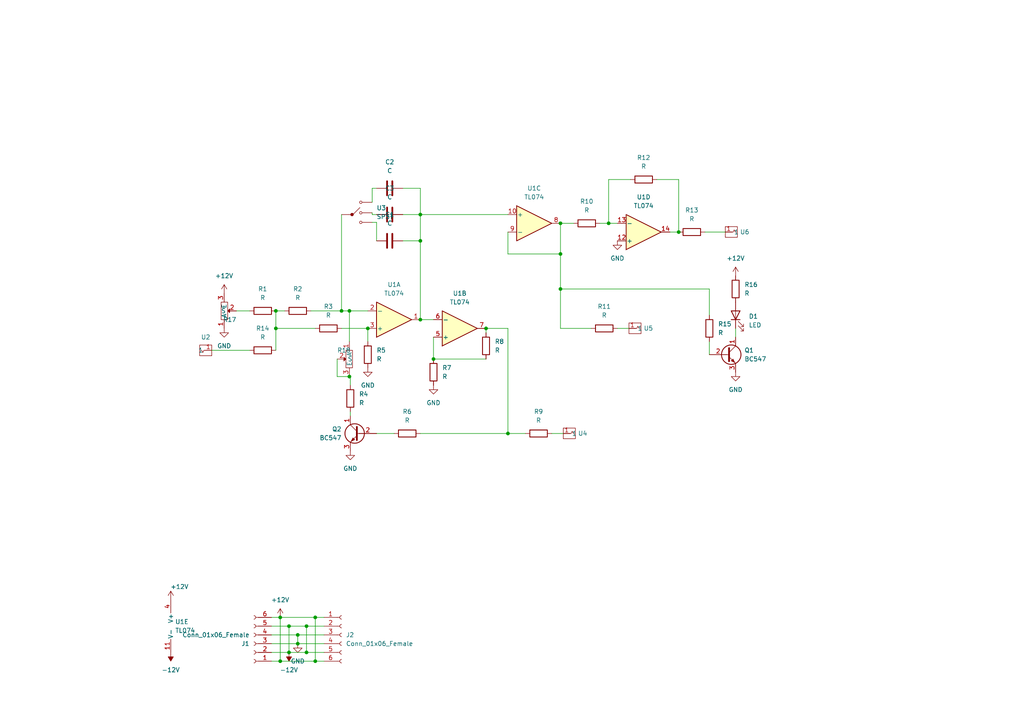
<source format=kicad_sch>
(kicad_sch (version 20211123) (generator eeschema)

  (uuid 7aef6de5-deb3-4adf-93fc-662562fe65a5)

  (paper "A4")

  (lib_symbols
    (symbol "Amplifier_Operational:TL074" (pin_names (offset 0.127)) (in_bom yes) (on_board yes)
      (property "Reference" "U" (id 0) (at 0 5.08 0)
        (effects (font (size 1.27 1.27)) (justify left))
      )
      (property "Value" "TL074" (id 1) (at 0 -5.08 0)
        (effects (font (size 1.27 1.27)) (justify left))
      )
      (property "Footprint" "" (id 2) (at -1.27 2.54 0)
        (effects (font (size 1.27 1.27)) hide)
      )
      (property "Datasheet" "http://www.ti.com/lit/ds/symlink/tl071.pdf" (id 3) (at 1.27 5.08 0)
        (effects (font (size 1.27 1.27)) hide)
      )
      (property "ki_locked" "" (id 4) (at 0 0 0)
        (effects (font (size 1.27 1.27)))
      )
      (property "ki_keywords" "quad opamp" (id 5) (at 0 0 0)
        (effects (font (size 1.27 1.27)) hide)
      )
      (property "ki_description" "Quad Low-Noise JFET-Input Operational Amplifiers, DIP-14/SOIC-14" (id 6) (at 0 0 0)
        (effects (font (size 1.27 1.27)) hide)
      )
      (property "ki_fp_filters" "SOIC*3.9x8.7mm*P1.27mm* DIP*W7.62mm* TSSOP*4.4x5mm*P0.65mm* SSOP*5.3x6.2mm*P0.65mm* MSOP*3x3mm*P0.5mm*" (id 7) (at 0 0 0)
        (effects (font (size 1.27 1.27)) hide)
      )
      (symbol "TL074_1_1"
        (polyline
          (pts
            (xy -5.08 5.08)
            (xy 5.08 0)
            (xy -5.08 -5.08)
            (xy -5.08 5.08)
          )
          (stroke (width 0.254) (type default) (color 0 0 0 0))
          (fill (type background))
        )
        (pin output line (at 7.62 0 180) (length 2.54)
          (name "~" (effects (font (size 1.27 1.27))))
          (number "1" (effects (font (size 1.27 1.27))))
        )
        (pin input line (at -7.62 -2.54 0) (length 2.54)
          (name "-" (effects (font (size 1.27 1.27))))
          (number "2" (effects (font (size 1.27 1.27))))
        )
        (pin input line (at -7.62 2.54 0) (length 2.54)
          (name "+" (effects (font (size 1.27 1.27))))
          (number "3" (effects (font (size 1.27 1.27))))
        )
      )
      (symbol "TL074_2_1"
        (polyline
          (pts
            (xy -5.08 5.08)
            (xy 5.08 0)
            (xy -5.08 -5.08)
            (xy -5.08 5.08)
          )
          (stroke (width 0.254) (type default) (color 0 0 0 0))
          (fill (type background))
        )
        (pin input line (at -7.62 2.54 0) (length 2.54)
          (name "+" (effects (font (size 1.27 1.27))))
          (number "5" (effects (font (size 1.27 1.27))))
        )
        (pin input line (at -7.62 -2.54 0) (length 2.54)
          (name "-" (effects (font (size 1.27 1.27))))
          (number "6" (effects (font (size 1.27 1.27))))
        )
        (pin output line (at 7.62 0 180) (length 2.54)
          (name "~" (effects (font (size 1.27 1.27))))
          (number "7" (effects (font (size 1.27 1.27))))
        )
      )
      (symbol "TL074_3_1"
        (polyline
          (pts
            (xy -5.08 5.08)
            (xy 5.08 0)
            (xy -5.08 -5.08)
            (xy -5.08 5.08)
          )
          (stroke (width 0.254) (type default) (color 0 0 0 0))
          (fill (type background))
        )
        (pin input line (at -7.62 2.54 0) (length 2.54)
          (name "+" (effects (font (size 1.27 1.27))))
          (number "10" (effects (font (size 1.27 1.27))))
        )
        (pin output line (at 7.62 0 180) (length 2.54)
          (name "~" (effects (font (size 1.27 1.27))))
          (number "8" (effects (font (size 1.27 1.27))))
        )
        (pin input line (at -7.62 -2.54 0) (length 2.54)
          (name "-" (effects (font (size 1.27 1.27))))
          (number "9" (effects (font (size 1.27 1.27))))
        )
      )
      (symbol "TL074_4_1"
        (polyline
          (pts
            (xy -5.08 5.08)
            (xy 5.08 0)
            (xy -5.08 -5.08)
            (xy -5.08 5.08)
          )
          (stroke (width 0.254) (type default) (color 0 0 0 0))
          (fill (type background))
        )
        (pin input line (at -7.62 2.54 0) (length 2.54)
          (name "+" (effects (font (size 1.27 1.27))))
          (number "12" (effects (font (size 1.27 1.27))))
        )
        (pin input line (at -7.62 -2.54 0) (length 2.54)
          (name "-" (effects (font (size 1.27 1.27))))
          (number "13" (effects (font (size 1.27 1.27))))
        )
        (pin output line (at 7.62 0 180) (length 2.54)
          (name "~" (effects (font (size 1.27 1.27))))
          (number "14" (effects (font (size 1.27 1.27))))
        )
      )
      (symbol "TL074_5_1"
        (pin power_in line (at -2.54 -7.62 90) (length 3.81)
          (name "V-" (effects (font (size 1.27 1.27))))
          (number "11" (effects (font (size 1.27 1.27))))
        )
        (pin power_in line (at -2.54 7.62 270) (length 3.81)
          (name "V+" (effects (font (size 1.27 1.27))))
          (number "4" (effects (font (size 1.27 1.27))))
        )
      )
    )
    (symbol "Connector:Conn_01x06_Female" (pin_names (offset 1.016) hide) (in_bom yes) (on_board yes)
      (property "Reference" "J" (id 0) (at 0 7.62 0)
        (effects (font (size 1.27 1.27)))
      )
      (property "Value" "Conn_01x06_Female" (id 1) (at 0 -10.16 0)
        (effects (font (size 1.27 1.27)))
      )
      (property "Footprint" "" (id 2) (at 0 0 0)
        (effects (font (size 1.27 1.27)) hide)
      )
      (property "Datasheet" "~" (id 3) (at 0 0 0)
        (effects (font (size 1.27 1.27)) hide)
      )
      (property "ki_keywords" "connector" (id 4) (at 0 0 0)
        (effects (font (size 1.27 1.27)) hide)
      )
      (property "ki_description" "Generic connector, single row, 01x06, script generated (kicad-library-utils/schlib/autogen/connector/)" (id 5) (at 0 0 0)
        (effects (font (size 1.27 1.27)) hide)
      )
      (property "ki_fp_filters" "Connector*:*_1x??_*" (id 6) (at 0 0 0)
        (effects (font (size 1.27 1.27)) hide)
      )
      (symbol "Conn_01x06_Female_1_1"
        (arc (start 0 -7.112) (mid -0.508 -7.62) (end 0 -8.128)
          (stroke (width 0.1524) (type default) (color 0 0 0 0))
          (fill (type none))
        )
        (arc (start 0 -4.572) (mid -0.508 -5.08) (end 0 -5.588)
          (stroke (width 0.1524) (type default) (color 0 0 0 0))
          (fill (type none))
        )
        (arc (start 0 -2.032) (mid -0.508 -2.54) (end 0 -3.048)
          (stroke (width 0.1524) (type default) (color 0 0 0 0))
          (fill (type none))
        )
        (polyline
          (pts
            (xy -1.27 -7.62)
            (xy -0.508 -7.62)
          )
          (stroke (width 0.1524) (type default) (color 0 0 0 0))
          (fill (type none))
        )
        (polyline
          (pts
            (xy -1.27 -5.08)
            (xy -0.508 -5.08)
          )
          (stroke (width 0.1524) (type default) (color 0 0 0 0))
          (fill (type none))
        )
        (polyline
          (pts
            (xy -1.27 -2.54)
            (xy -0.508 -2.54)
          )
          (stroke (width 0.1524) (type default) (color 0 0 0 0))
          (fill (type none))
        )
        (polyline
          (pts
            (xy -1.27 0)
            (xy -0.508 0)
          )
          (stroke (width 0.1524) (type default) (color 0 0 0 0))
          (fill (type none))
        )
        (polyline
          (pts
            (xy -1.27 2.54)
            (xy -0.508 2.54)
          )
          (stroke (width 0.1524) (type default) (color 0 0 0 0))
          (fill (type none))
        )
        (polyline
          (pts
            (xy -1.27 5.08)
            (xy -0.508 5.08)
          )
          (stroke (width 0.1524) (type default) (color 0 0 0 0))
          (fill (type none))
        )
        (arc (start 0 0.508) (mid -0.508 0) (end 0 -0.508)
          (stroke (width 0.1524) (type default) (color 0 0 0 0))
          (fill (type none))
        )
        (arc (start 0 3.048) (mid -0.508 2.54) (end 0 2.032)
          (stroke (width 0.1524) (type default) (color 0 0 0 0))
          (fill (type none))
        )
        (arc (start 0 5.588) (mid -0.508 5.08) (end 0 4.572)
          (stroke (width 0.1524) (type default) (color 0 0 0 0))
          (fill (type none))
        )
        (pin passive line (at -5.08 5.08 0) (length 3.81)
          (name "Pin_1" (effects (font (size 1.27 1.27))))
          (number "1" (effects (font (size 1.27 1.27))))
        )
        (pin passive line (at -5.08 2.54 0) (length 3.81)
          (name "Pin_2" (effects (font (size 1.27 1.27))))
          (number "2" (effects (font (size 1.27 1.27))))
        )
        (pin passive line (at -5.08 0 0) (length 3.81)
          (name "Pin_3" (effects (font (size 1.27 1.27))))
          (number "3" (effects (font (size 1.27 1.27))))
        )
        (pin passive line (at -5.08 -2.54 0) (length 3.81)
          (name "Pin_4" (effects (font (size 1.27 1.27))))
          (number "4" (effects (font (size 1.27 1.27))))
        )
        (pin passive line (at -5.08 -5.08 0) (length 3.81)
          (name "Pin_5" (effects (font (size 1.27 1.27))))
          (number "5" (effects (font (size 1.27 1.27))))
        )
        (pin passive line (at -5.08 -7.62 0) (length 3.81)
          (name "Pin_6" (effects (font (size 1.27 1.27))))
          (number "6" (effects (font (size 1.27 1.27))))
        )
      )
    )
    (symbol "Device:C" (pin_numbers hide) (pin_names (offset 0.254)) (in_bom yes) (on_board yes)
      (property "Reference" "C" (id 0) (at 0.635 2.54 0)
        (effects (font (size 1.27 1.27)) (justify left))
      )
      (property "Value" "C" (id 1) (at 0.635 -2.54 0)
        (effects (font (size 1.27 1.27)) (justify left))
      )
      (property "Footprint" "" (id 2) (at 0.9652 -3.81 0)
        (effects (font (size 1.27 1.27)) hide)
      )
      (property "Datasheet" "~" (id 3) (at 0 0 0)
        (effects (font (size 1.27 1.27)) hide)
      )
      (property "ki_keywords" "cap capacitor" (id 4) (at 0 0 0)
        (effects (font (size 1.27 1.27)) hide)
      )
      (property "ki_description" "Unpolarized capacitor" (id 5) (at 0 0 0)
        (effects (font (size 1.27 1.27)) hide)
      )
      (property "ki_fp_filters" "C_*" (id 6) (at 0 0 0)
        (effects (font (size 1.27 1.27)) hide)
      )
      (symbol "C_0_1"
        (polyline
          (pts
            (xy -2.032 -0.762)
            (xy 2.032 -0.762)
          )
          (stroke (width 0.508) (type default) (color 0 0 0 0))
          (fill (type none))
        )
        (polyline
          (pts
            (xy -2.032 0.762)
            (xy 2.032 0.762)
          )
          (stroke (width 0.508) (type default) (color 0 0 0 0))
          (fill (type none))
        )
      )
      (symbol "C_1_1"
        (pin passive line (at 0 3.81 270) (length 2.794)
          (name "~" (effects (font (size 1.27 1.27))))
          (number "1" (effects (font (size 1.27 1.27))))
        )
        (pin passive line (at 0 -3.81 90) (length 2.794)
          (name "~" (effects (font (size 1.27 1.27))))
          (number "2" (effects (font (size 1.27 1.27))))
        )
      )
    )
    (symbol "Device:LED" (pin_numbers hide) (pin_names (offset 1.016) hide) (in_bom yes) (on_board yes)
      (property "Reference" "D" (id 0) (at 0 2.54 0)
        (effects (font (size 1.27 1.27)))
      )
      (property "Value" "LED" (id 1) (at 0 -2.54 0)
        (effects (font (size 1.27 1.27)))
      )
      (property "Footprint" "" (id 2) (at 0 0 0)
        (effects (font (size 1.27 1.27)) hide)
      )
      (property "Datasheet" "~" (id 3) (at 0 0 0)
        (effects (font (size 1.27 1.27)) hide)
      )
      (property "ki_keywords" "LED diode" (id 4) (at 0 0 0)
        (effects (font (size 1.27 1.27)) hide)
      )
      (property "ki_description" "Light emitting diode" (id 5) (at 0 0 0)
        (effects (font (size 1.27 1.27)) hide)
      )
      (property "ki_fp_filters" "LED* LED_SMD:* LED_THT:*" (id 6) (at 0 0 0)
        (effects (font (size 1.27 1.27)) hide)
      )
      (symbol "LED_0_1"
        (polyline
          (pts
            (xy -1.27 -1.27)
            (xy -1.27 1.27)
          )
          (stroke (width 0.254) (type default) (color 0 0 0 0))
          (fill (type none))
        )
        (polyline
          (pts
            (xy -1.27 0)
            (xy 1.27 0)
          )
          (stroke (width 0) (type default) (color 0 0 0 0))
          (fill (type none))
        )
        (polyline
          (pts
            (xy 1.27 -1.27)
            (xy 1.27 1.27)
            (xy -1.27 0)
            (xy 1.27 -1.27)
          )
          (stroke (width 0.254) (type default) (color 0 0 0 0))
          (fill (type none))
        )
        (polyline
          (pts
            (xy -3.048 -0.762)
            (xy -4.572 -2.286)
            (xy -3.81 -2.286)
            (xy -4.572 -2.286)
            (xy -4.572 -1.524)
          )
          (stroke (width 0) (type default) (color 0 0 0 0))
          (fill (type none))
        )
        (polyline
          (pts
            (xy -1.778 -0.762)
            (xy -3.302 -2.286)
            (xy -2.54 -2.286)
            (xy -3.302 -2.286)
            (xy -3.302 -1.524)
          )
          (stroke (width 0) (type default) (color 0 0 0 0))
          (fill (type none))
        )
      )
      (symbol "LED_1_1"
        (pin passive line (at -3.81 0 0) (length 2.54)
          (name "K" (effects (font (size 1.27 1.27))))
          (number "1" (effects (font (size 1.27 1.27))))
        )
        (pin passive line (at 3.81 0 180) (length 2.54)
          (name "A" (effects (font (size 1.27 1.27))))
          (number "2" (effects (font (size 1.27 1.27))))
        )
      )
    )
    (symbol "Device:R" (pin_numbers hide) (pin_names (offset 0)) (in_bom yes) (on_board yes)
      (property "Reference" "R" (id 0) (at 2.032 0 90)
        (effects (font (size 1.27 1.27)))
      )
      (property "Value" "R" (id 1) (at 0 0 90)
        (effects (font (size 1.27 1.27)))
      )
      (property "Footprint" "" (id 2) (at -1.778 0 90)
        (effects (font (size 1.27 1.27)) hide)
      )
      (property "Datasheet" "~" (id 3) (at 0 0 0)
        (effects (font (size 1.27 1.27)) hide)
      )
      (property "ki_keywords" "R res resistor" (id 4) (at 0 0 0)
        (effects (font (size 1.27 1.27)) hide)
      )
      (property "ki_description" "Resistor" (id 5) (at 0 0 0)
        (effects (font (size 1.27 1.27)) hide)
      )
      (property "ki_fp_filters" "R_*" (id 6) (at 0 0 0)
        (effects (font (size 1.27 1.27)) hide)
      )
      (symbol "R_0_1"
        (rectangle (start -1.016 -2.54) (end 1.016 2.54)
          (stroke (width 0.254) (type default) (color 0 0 0 0))
          (fill (type none))
        )
      )
      (symbol "R_1_1"
        (pin passive line (at 0 3.81 270) (length 1.27)
          (name "~" (effects (font (size 1.27 1.27))))
          (number "1" (effects (font (size 1.27 1.27))))
        )
        (pin passive line (at 0 -3.81 90) (length 1.27)
          (name "~" (effects (font (size 1.27 1.27))))
          (number "2" (effects (font (size 1.27 1.27))))
        )
      )
    )
    (symbol "HEJ:AlpsPot" (in_bom yes) (on_board yes)
      (property "Reference" "R" (id 0) (at -6.35 2.54 0)
        (effects (font (size 1.27 1.27)))
      )
      (property "Value" "AlpsPot" (id 1) (at -3.81 13.97 0)
        (effects (font (size 1.27 1.27)) hide)
      )
      (property "Footprint" "pretties:AlpsPot" (id 2) (at -2.54 11.43 0)
        (effects (font (size 1.27 1.27)) hide)
      )
      (property "Datasheet" "" (id 3) (at -2.54 11.43 0)
        (effects (font (size 1.27 1.27)) hide)
      )
      (symbol "AlpsPot_0_1"
        (rectangle (start -4.445 3.81) (end -2.54 -1.27)
          (stroke (width 0) (type default) (color 0 0 0 0))
          (fill (type none))
        )
        (polyline
          (pts
            (xy -2.54 1.27)
            (xy -1.9454 1.8617)
            (xy -1.9454 0.7452)
            (xy -2.54 1.27)
            (xy -2.0208 0.9713)
            (xy -2.0543 1.6216)
            (xy -2.3418 1.2923)
            (xy -2.1548 1.1611)
            (xy -2.1548 1.3844)
            (xy -2.54 1.27)
          )
          (stroke (width 0) (type default) (color 0 0 0 0))
          (fill (type none))
        )
      )
      (symbol "AlpsPot_1_1"
        (pin passive line (at -3.556 -3.81 90) (length 2.54)
          (name "A" (effects (font (size 1.27 1.27))))
          (number "1" (effects (font (size 1.27 1.27))))
        )
        (pin passive line (at 0 1.27 180) (length 2.54)
          (name "S" (effects (font (size 1.27 1.27))))
          (number "2" (effects (font (size 1.27 1.27))))
        )
        (pin passive line (at -3.556 6.35 270) (length 2.54)
          (name "E" (effects (font (size 1.27 1.27))))
          (number "3" (effects (font (size 1.27 1.27))))
        )
        (pin no_connect line (at -11.684 0 270) (length 2.54) hide
          (name "NC" (effects (font (size 1.27 1.27))))
          (number "4" (effects (font (size 1.27 1.27))))
        )
        (pin no_connect line (at -13.716 0 270) (length 2.54) hide
          (name "NC" (effects (font (size 1.27 1.27))))
          (number "5" (effects (font (size 1.27 1.27))))
        )
        (pin no_connect line (at -16.002 0 270) (length 2.54) hide
          (name "NC" (effects (font (size 1.27 1.27))))
          (number "6" (effects (font (size 1.27 1.27))))
        )
      )
    )
    (symbol "HEJ:Aux_flush" (in_bom yes) (on_board yes)
      (property "Reference" "U" (id 0) (at -0.0508 5.3848 0)
        (effects (font (size 1.27 1.27)))
      )
      (property "Value" "Aux_flush" (id 1) (at 0 3.5052 0)
        (effects (font (size 1.27 1.27)) hide)
      )
      (property "Footprint" "" (id 2) (at 0 0 0)
        (effects (font (size 1.27 1.27)) hide)
      )
      (property "Datasheet" "" (id 3) (at 0 0 0)
        (effects (font (size 1.27 1.27)) hide)
      )
      (symbol "Aux_flush_0_1"
        (rectangle (start -1.778 1.524) (end 1.7272 -1.5748)
          (stroke (width 0) (type default) (color 0 0 0 0))
          (fill (type none))
        )
        (polyline
          (pts
            (xy -1.2192 0.0508)
            (xy -0.8636 -0.6604)
            (xy -0.5588 0)
            (xy 1.6764 0)
          )
          (stroke (width 0) (type default) (color 0 0 0 0))
          (fill (type none))
        )
      )
      (symbol "Aux_flush_1_1"
        (pin bidirectional line (at 1.7272 0 180) (length 2)
          (name "1" (effects (font (size 1.27 1.27))))
          (number "1" (effects (font (size 1.27 1.27))))
        )
      )
    )
    (symbol "HEJ:SP3T" (in_bom yes) (on_board yes)
      (property "Reference" "U" (id 0) (at 0 2.54 0)
        (effects (font (size 1.27 1.27)))
      )
      (property "Value" "SP3T" (id 1) (at 0 0 0)
        (effects (font (size 1.27 1.27)))
      )
      (property "Footprint" "" (id 2) (at 0 -1.27 0)
        (effects (font (size 1.27 1.27)) hide)
      )
      (property "Datasheet" "" (id 3) (at 0 -1.27 0)
        (effects (font (size 1.27 1.27)) hide)
      )
      (symbol "SP3T_0_1"
        (polyline
          (pts
            (xy 0.508 -5.08)
            (xy -2.54 -5.08)
          )
          (stroke (width 0) (type default) (color 0 0 0 0))
          (fill (type none))
        )
        (polyline
          (pts
            (xy 0.762 -5.08)
            (xy 2.794 -3.048)
          )
          (stroke (width 0) (type default) (color 0 0 0 0))
          (fill (type none))
        )
        (polyline
          (pts
            (xy 3.5549 -7.3476)
            (xy 6.3489 -7.3476)
          )
          (stroke (width 0) (type default) (color 0 0 0 0))
          (fill (type none))
        )
        (polyline
          (pts
            (xy 3.556 -4.572)
            (xy 6.35 -4.572)
          )
          (stroke (width 0) (type default) (color 0 0 0 0))
          (fill (type none))
        )
        (polyline
          (pts
            (xy 3.556 -1.524)
            (xy 6.35 -1.524)
          )
          (stroke (width 0) (type default) (color 0 0 0 0))
          (fill (type none))
        )
        (circle (center 0.508 -5.08) (radius 0.3965)
          (stroke (width 0) (type default) (color 0 0 0 0))
          (fill (type outline))
        )
        (circle (center 3.0469 -7.3476) (radius 0.3592)
          (stroke (width 0) (type default) (color 0 0 0 0))
          (fill (type none))
        )
        (circle (center 3.048 -4.572) (radius 0.3592)
          (stroke (width 0) (type default) (color 0 0 0 0))
          (fill (type none))
        )
        (circle (center 3.048 -1.524) (radius 0.3592)
          (stroke (width 0) (type default) (color 0 0 0 0))
          (fill (type none))
        )
      )
      (symbol "SP3T_1_1"
        (pin input line (at 6.35 -1.524 180) (length 2.54) hide
          (name "1" (effects (font (size 1.27 1.27))))
          (number "1" (effects (font (size 1.27 1.27))))
        )
        (pin input line (at -2.54 -5.08 0) (length 2.54) hide
          (name "2" (effects (font (size 1.27 1.27))))
          (number "2" (effects (font (size 1.27 1.27))))
        )
        (pin input line (at 6.35 -4.572 180) (length 2.54) hide
          (name "3" (effects (font (size 1.27 1.27))))
          (number "3" (effects (font (size 1.27 1.27))))
        )
        (pin input line (at 6.3489 -7.3476 180) (length 2.54) hide
          (name "4" (effects (font (size 1.27 1.27))))
          (number "4" (effects (font (size 1.27 1.27))))
        )
      )
    )
    (symbol "Transistor_BJT:BC547" (pin_names (offset 0) hide) (in_bom yes) (on_board yes)
      (property "Reference" "Q" (id 0) (at 5.08 1.905 0)
        (effects (font (size 1.27 1.27)) (justify left))
      )
      (property "Value" "BC547" (id 1) (at 5.08 0 0)
        (effects (font (size 1.27 1.27)) (justify left))
      )
      (property "Footprint" "Package_TO_SOT_THT:TO-92_Inline" (id 2) (at 5.08 -1.905 0)
        (effects (font (size 1.27 1.27) italic) (justify left) hide)
      )
      (property "Datasheet" "https://www.onsemi.com/pub/Collateral/BC550-D.pdf" (id 3) (at 0 0 0)
        (effects (font (size 1.27 1.27)) (justify left) hide)
      )
      (property "ki_keywords" "NPN Transistor" (id 4) (at 0 0 0)
        (effects (font (size 1.27 1.27)) hide)
      )
      (property "ki_description" "0.1A Ic, 45V Vce, Small Signal NPN Transistor, TO-92" (id 5) (at 0 0 0)
        (effects (font (size 1.27 1.27)) hide)
      )
      (property "ki_fp_filters" "TO?92*" (id 6) (at 0 0 0)
        (effects (font (size 1.27 1.27)) hide)
      )
      (symbol "BC547_0_1"
        (polyline
          (pts
            (xy 0 0)
            (xy 0.635 0)
          )
          (stroke (width 0) (type default) (color 0 0 0 0))
          (fill (type none))
        )
        (polyline
          (pts
            (xy 0.635 0.635)
            (xy 2.54 2.54)
          )
          (stroke (width 0) (type default) (color 0 0 0 0))
          (fill (type none))
        )
        (polyline
          (pts
            (xy 0.635 -0.635)
            (xy 2.54 -2.54)
            (xy 2.54 -2.54)
          )
          (stroke (width 0) (type default) (color 0 0 0 0))
          (fill (type none))
        )
        (polyline
          (pts
            (xy 0.635 1.905)
            (xy 0.635 -1.905)
            (xy 0.635 -1.905)
          )
          (stroke (width 0.508) (type default) (color 0 0 0 0))
          (fill (type none))
        )
        (polyline
          (pts
            (xy 1.27 -1.778)
            (xy 1.778 -1.27)
            (xy 2.286 -2.286)
            (xy 1.27 -1.778)
            (xy 1.27 -1.778)
          )
          (stroke (width 0) (type default) (color 0 0 0 0))
          (fill (type outline))
        )
        (circle (center 1.27 0) (radius 2.8194)
          (stroke (width 0.254) (type default) (color 0 0 0 0))
          (fill (type none))
        )
      )
      (symbol "BC547_1_1"
        (pin passive line (at 2.54 5.08 270) (length 2.54)
          (name "C" (effects (font (size 1.27 1.27))))
          (number "1" (effects (font (size 1.27 1.27))))
        )
        (pin input line (at -5.08 0 0) (length 5.08)
          (name "B" (effects (font (size 1.27 1.27))))
          (number "2" (effects (font (size 1.27 1.27))))
        )
        (pin passive line (at 2.54 -5.08 90) (length 2.54)
          (name "E" (effects (font (size 1.27 1.27))))
          (number "3" (effects (font (size 1.27 1.27))))
        )
      )
    )
    (symbol "power:+12V" (power) (pin_names (offset 0)) (in_bom yes) (on_board yes)
      (property "Reference" "#PWR" (id 0) (at 0 -3.81 0)
        (effects (font (size 1.27 1.27)) hide)
      )
      (property "Value" "+12V" (id 1) (at 0 3.556 0)
        (effects (font (size 1.27 1.27)))
      )
      (property "Footprint" "" (id 2) (at 0 0 0)
        (effects (font (size 1.27 1.27)) hide)
      )
      (property "Datasheet" "" (id 3) (at 0 0 0)
        (effects (font (size 1.27 1.27)) hide)
      )
      (property "ki_keywords" "power-flag" (id 4) (at 0 0 0)
        (effects (font (size 1.27 1.27)) hide)
      )
      (property "ki_description" "Power symbol creates a global label with name \"+12V\"" (id 5) (at 0 0 0)
        (effects (font (size 1.27 1.27)) hide)
      )
      (symbol "+12V_0_1"
        (polyline
          (pts
            (xy -0.762 1.27)
            (xy 0 2.54)
          )
          (stroke (width 0) (type default) (color 0 0 0 0))
          (fill (type none))
        )
        (polyline
          (pts
            (xy 0 0)
            (xy 0 2.54)
          )
          (stroke (width 0) (type default) (color 0 0 0 0))
          (fill (type none))
        )
        (polyline
          (pts
            (xy 0 2.54)
            (xy 0.762 1.27)
          )
          (stroke (width 0) (type default) (color 0 0 0 0))
          (fill (type none))
        )
      )
      (symbol "+12V_1_1"
        (pin power_in line (at 0 0 90) (length 0) hide
          (name "+12V" (effects (font (size 1.27 1.27))))
          (number "1" (effects (font (size 1.27 1.27))))
        )
      )
    )
    (symbol "power:-12V" (power) (pin_names (offset 0)) (in_bom yes) (on_board yes)
      (property "Reference" "#PWR" (id 0) (at 0 2.54 0)
        (effects (font (size 1.27 1.27)) hide)
      )
      (property "Value" "-12V" (id 1) (at 0 3.81 0)
        (effects (font (size 1.27 1.27)))
      )
      (property "Footprint" "" (id 2) (at 0 0 0)
        (effects (font (size 1.27 1.27)) hide)
      )
      (property "Datasheet" "" (id 3) (at 0 0 0)
        (effects (font (size 1.27 1.27)) hide)
      )
      (property "ki_keywords" "power-flag" (id 4) (at 0 0 0)
        (effects (font (size 1.27 1.27)) hide)
      )
      (property "ki_description" "Power symbol creates a global label with name \"-12V\"" (id 5) (at 0 0 0)
        (effects (font (size 1.27 1.27)) hide)
      )
      (symbol "-12V_0_0"
        (pin power_in line (at 0 0 90) (length 0) hide
          (name "-12V" (effects (font (size 1.27 1.27))))
          (number "1" (effects (font (size 1.27 1.27))))
        )
      )
      (symbol "-12V_0_1"
        (polyline
          (pts
            (xy 0 0)
            (xy 0 1.27)
            (xy 0.762 1.27)
            (xy 0 2.54)
            (xy -0.762 1.27)
            (xy 0 1.27)
          )
          (stroke (width 0) (type default) (color 0 0 0 0))
          (fill (type outline))
        )
      )
    )
    (symbol "power:GND" (power) (pin_names (offset 0)) (in_bom yes) (on_board yes)
      (property "Reference" "#PWR" (id 0) (at 0 -6.35 0)
        (effects (font (size 1.27 1.27)) hide)
      )
      (property "Value" "GND" (id 1) (at 0 -3.81 0)
        (effects (font (size 1.27 1.27)))
      )
      (property "Footprint" "" (id 2) (at 0 0 0)
        (effects (font (size 1.27 1.27)) hide)
      )
      (property "Datasheet" "" (id 3) (at 0 0 0)
        (effects (font (size 1.27 1.27)) hide)
      )
      (property "ki_keywords" "power-flag" (id 4) (at 0 0 0)
        (effects (font (size 1.27 1.27)) hide)
      )
      (property "ki_description" "Power symbol creates a global label with name \"GND\" , ground" (id 5) (at 0 0 0)
        (effects (font (size 1.27 1.27)) hide)
      )
      (symbol "GND_0_1"
        (polyline
          (pts
            (xy 0 0)
            (xy 0 -1.27)
            (xy 1.27 -1.27)
            (xy 0 -2.54)
            (xy -1.27 -1.27)
            (xy 0 -1.27)
          )
          (stroke (width 0) (type default) (color 0 0 0 0))
          (fill (type none))
        )
      )
      (symbol "GND_1_1"
        (pin power_in line (at 0 0 270) (length 0) hide
          (name "GND" (effects (font (size 1.27 1.27))))
          (number "1" (effects (font (size 1.27 1.27))))
        )
      )
    )
  )

  (junction (at 121.92 92.71) (diameter 0) (color 0 0 0 0)
    (uuid 005a855c-f76b-4adc-b965-f9f5b468b905)
  )
  (junction (at 86.36 184.15) (diameter 0) (color 0 0 0 0)
    (uuid 0920b858-fd55-48e3-8f06-5419a25dabdc)
  )
  (junction (at 101.346 109.22) (diameter 0) (color 0 0 0 0)
    (uuid 0a2c4195-0f3e-410a-b31f-dede8db212be)
  )
  (junction (at 176.53 64.77) (diameter 0) (color 0 0 0 0)
    (uuid 0a83d78e-61a1-4b9f-9220-54b3ed7dcdbf)
  )
  (junction (at 121.92 69.85) (diameter 0) (color 0 0 0 0)
    (uuid 0c650e14-da88-4e6f-a2dc-5b6d3f8a4c7f)
  )
  (junction (at 140.97 95.25) (diameter 0) (color 0 0 0 0)
    (uuid 1ccdc5bc-ea92-4cff-a9e1-8613c7b7a6c3)
  )
  (junction (at 106.68 95.25) (diameter 0) (color 0 0 0 0)
    (uuid 1e215db9-76b7-40c1-97a6-54a91e0a6531)
  )
  (junction (at 88.9 189.23) (diameter 0) (color 0 0 0 0)
    (uuid 2b53cc61-6a6e-4d65-8ed0-a655bf71c504)
  )
  (junction (at 83.82 189.23) (diameter 0) (color 0 0 0 0)
    (uuid 3fb7028b-0f1c-4bf7-a73e-67f15752e6e2)
  )
  (junction (at 196.85 67.31) (diameter 0) (color 0 0 0 0)
    (uuid 4295c1e7-d2de-4b8e-9442-0125f1804552)
  )
  (junction (at 80.01 95.25) (diameter 0) (color 0 0 0 0)
    (uuid 4d6bcce5-767f-4d00-bcaf-47f8f03a1828)
  )
  (junction (at 101.346 90.17) (diameter 0) (color 0 0 0 0)
    (uuid 5501ebcd-72ca-4cb5-a4dc-f36bcbf78df6)
  )
  (junction (at 99.06 90.17) (diameter 0) (color 0 0 0 0)
    (uuid 62840506-878e-4a90-94ca-8200d9a1214f)
  )
  (junction (at 162.56 64.77) (diameter 0) (color 0 0 0 0)
    (uuid 73e8aaeb-7477-4c6c-9f74-650e32503640)
  )
  (junction (at 121.92 62.23) (diameter 0) (color 0 0 0 0)
    (uuid 95cd1315-51a6-4121-be8d-ed5ba34e1e29)
  )
  (junction (at 81.28 191.77) (diameter 0) (color 0 0 0 0)
    (uuid 97ddcec1-2a16-41ed-a5b1-efdc9cd1a117)
  )
  (junction (at 80.01 90.17) (diameter 0) (color 0 0 0 0)
    (uuid a50f4c0f-5b2e-465c-b93b-9341308961ab)
  )
  (junction (at 81.28 179.07) (diameter 0) (color 0 0 0 0)
    (uuid a784b908-011c-467a-84dc-dc022f15b84f)
  )
  (junction (at 125.73 104.14) (diameter 0) (color 0 0 0 0)
    (uuid af243692-30ad-4e7d-963c-4dc6ff9e6298)
  )
  (junction (at 91.44 179.07) (diameter 0) (color 0 0 0 0)
    (uuid c1921c44-7416-4ff2-ae67-265721bfe704)
  )
  (junction (at 83.82 181.61) (diameter 0) (color 0 0 0 0)
    (uuid c3f1503c-2eb4-4d8f-bd88-510ad072862d)
  )
  (junction (at 91.44 191.77) (diameter 0) (color 0 0 0 0)
    (uuid d9c81c16-d6fb-417a-98fd-bff5a052b863)
  )
  (junction (at 86.36 186.69) (diameter 0) (color 0 0 0 0)
    (uuid da472c01-d158-4a27-906c-66aeb4b1a169)
  )
  (junction (at 88.9 181.61) (diameter 0) (color 0 0 0 0)
    (uuid da69b5e1-af79-4d3b-b5e1-32dc1eaf2f0c)
  )
  (junction (at 162.56 83.82) (diameter 0) (color 0 0 0 0)
    (uuid e13ad0ed-244c-423c-99ba-0418420a1964)
  )
  (junction (at 147.32 125.73) (diameter 0) (color 0 0 0 0)
    (uuid ed9b12f8-eb8c-4719-8a93-6640e2ff92e9)
  )
  (junction (at 162.56 73.66) (diameter 0) (color 0 0 0 0)
    (uuid fe3c5598-a53e-4a1d-a242-d43e76261572)
  )

  (wire (pts (xy 78.74 189.23) (xy 83.82 189.23))
    (stroke (width 0) (type default) (color 0 0 0 0))
    (uuid 0909bbe6-3bbf-4c07-b6cd-16e2da4c5078)
  )
  (wire (pts (xy 101.346 109.22) (xy 101.6 109.22))
    (stroke (width 0) (type default) (color 0 0 0 0))
    (uuid 122518b8-00b1-4ddd-8dc3-40c01aacd7b7)
  )
  (wire (pts (xy 91.44 179.07) (xy 91.44 191.77))
    (stroke (width 0) (type default) (color 0 0 0 0))
    (uuid 126ca4c9-8609-4c88-b1f3-d478404624d4)
  )
  (wire (pts (xy 162.56 73.66) (xy 162.56 64.77))
    (stroke (width 0) (type default) (color 0 0 0 0))
    (uuid 1c439793-9a02-49cb-bb36-8888b0501cfb)
  )
  (wire (pts (xy 116.84 69.85) (xy 121.92 69.85))
    (stroke (width 0) (type default) (color 0 0 0 0))
    (uuid 223a861f-b959-4552-8113-6d7f4b202363)
  )
  (wire (pts (xy 91.44 191.77) (xy 93.98 191.77))
    (stroke (width 0) (type default) (color 0 0 0 0))
    (uuid 22bd5b0f-19b0-431a-a45f-73d09002eaeb)
  )
  (wire (pts (xy 91.44 179.07) (xy 93.98 179.07))
    (stroke (width 0) (type default) (color 0 0 0 0))
    (uuid 2748b4cb-69b1-4f84-b308-b87bdba590ef)
  )
  (wire (pts (xy 121.92 125.73) (xy 147.32 125.73))
    (stroke (width 0) (type default) (color 0 0 0 0))
    (uuid 27bff216-6d38-4623-9d1b-134f0a9a751d)
  )
  (wire (pts (xy 86.36 184.15) (xy 93.98 184.15))
    (stroke (width 0) (type default) (color 0 0 0 0))
    (uuid 2d650f2e-ffd0-479b-879f-e2bb70399dc7)
  )
  (wire (pts (xy 101.6 119.38) (xy 101.6 120.65))
    (stroke (width 0) (type default) (color 0 0 0 0))
    (uuid 2f66f202-331d-47b3-9db3-b981221f7751)
  )
  (wire (pts (xy 97.79 109.22) (xy 101.346 109.22))
    (stroke (width 0) (type default) (color 0 0 0 0))
    (uuid 3558d96c-62c2-45a5-b80d-552716fdd04a)
  )
  (wire (pts (xy 78.74 191.77) (xy 81.28 191.77))
    (stroke (width 0) (type default) (color 0 0 0 0))
    (uuid 35bd33fe-33b6-46ea-b4fc-0893c093eb23)
  )
  (wire (pts (xy 125.73 97.79) (xy 125.73 104.14))
    (stroke (width 0) (type default) (color 0 0 0 0))
    (uuid 3a450127-ebb1-4e5b-8a4d-77c0f4f431a2)
  )
  (wire (pts (xy 106.68 95.25) (xy 106.68 99.06))
    (stroke (width 0) (type default) (color 0 0 0 0))
    (uuid 4129252c-3203-4824-96a4-4854488e386a)
  )
  (wire (pts (xy 90.17 90.17) (xy 99.06 90.17))
    (stroke (width 0) (type default) (color 0 0 0 0))
    (uuid 43056f97-c97c-42ed-8909-337064edf32c)
  )
  (wire (pts (xy 83.82 189.23) (xy 88.9 189.23))
    (stroke (width 0) (type default) (color 0 0 0 0))
    (uuid 43ae6683-64dd-491d-9a7c-bf47515bd0a0)
  )
  (wire (pts (xy 121.92 92.71) (xy 121.92 69.85))
    (stroke (width 0) (type default) (color 0 0 0 0))
    (uuid 45a9969f-0bba-43f8-b529-bbe4b0666601)
  )
  (wire (pts (xy 81.28 179.07) (xy 91.44 179.07))
    (stroke (width 0) (type default) (color 0 0 0 0))
    (uuid 4dce837e-f377-40dc-ba00-a0aa08919726)
  )
  (wire (pts (xy 147.32 125.73) (xy 152.4 125.73))
    (stroke (width 0) (type default) (color 0 0 0 0))
    (uuid 53c29b6a-a140-4339-83bd-2055f09338c1)
  )
  (wire (pts (xy 109.22 69.85) (xy 109.22 64.4976))
    (stroke (width 0) (type default) (color 0 0 0 0))
    (uuid 5e0bcb84-c97b-47c8-9cde-e66a71d2055f)
  )
  (wire (pts (xy 83.82 181.61) (xy 83.82 189.23))
    (stroke (width 0) (type default) (color 0 0 0 0))
    (uuid 60a41af1-8b37-4a7d-b7b2-d301b4716876)
  )
  (wire (pts (xy 80.01 90.17) (xy 80.01 95.25))
    (stroke (width 0) (type default) (color 0 0 0 0))
    (uuid 631d32d2-03fa-46bc-980c-87554b2ef1ba)
  )
  (wire (pts (xy 86.36 184.15) (xy 86.36 186.69))
    (stroke (width 0) (type default) (color 0 0 0 0))
    (uuid 647d8bb4-4dc2-4738-99b6-cd81ab310e2e)
  )
  (wire (pts (xy 101.346 90.17) (xy 106.68 90.17))
    (stroke (width 0) (type default) (color 0 0 0 0))
    (uuid 6d294b38-4ed5-4b5c-98b5-ca6677b8e4b2)
  )
  (wire (pts (xy 176.53 64.77) (xy 179.07 64.77))
    (stroke (width 0) (type default) (color 0 0 0 0))
    (uuid 6e78e3f6-1a3b-45d2-a1f3-2ea4cc3d87da)
  )
  (wire (pts (xy 78.74 184.15) (xy 86.36 184.15))
    (stroke (width 0) (type default) (color 0 0 0 0))
    (uuid 6ff3ade7-c806-4c5b-9060-9d80e9b6d1da)
  )
  (wire (pts (xy 147.32 95.25) (xy 140.97 95.25))
    (stroke (width 0) (type default) (color 0 0 0 0))
    (uuid 70925300-dfe1-451b-85cf-2c9679f5ffce)
  )
  (wire (pts (xy 101.346 90.17) (xy 101.346 99.06))
    (stroke (width 0) (type default) (color 0 0 0 0))
    (uuid 71b86956-08cc-416d-a070-7e8ee83d6db2)
  )
  (wire (pts (xy 80.01 90.17) (xy 82.55 90.17))
    (stroke (width 0) (type default) (color 0 0 0 0))
    (uuid 766e2e65-be04-48d1-bd97-072bcb6593a0)
  )
  (wire (pts (xy 121.92 92.71) (xy 125.73 92.71))
    (stroke (width 0) (type default) (color 0 0 0 0))
    (uuid 7692839d-4e8a-42c2-a23a-60bdd594b103)
  )
  (wire (pts (xy 121.92 69.85) (xy 121.92 62.23))
    (stroke (width 0) (type default) (color 0 0 0 0))
    (uuid 77347c29-e9c2-4485-b361-3e1356846cb1)
  )
  (wire (pts (xy 86.36 186.69) (xy 93.98 186.69))
    (stroke (width 0) (type default) (color 0 0 0 0))
    (uuid 880ce914-2d85-4337-91a1-8a09a8b7afb0)
  )
  (wire (pts (xy 162.56 83.82) (xy 205.74 83.82))
    (stroke (width 0) (type default) (color 0 0 0 0))
    (uuid 8885fb9a-9136-44fc-9a01-e75d879de337)
  )
  (wire (pts (xy 205.74 83.82) (xy 205.74 91.44))
    (stroke (width 0) (type default) (color 0 0 0 0))
    (uuid 8a8c06f7-7f1b-4b34-96f0-e537b7400231)
  )
  (wire (pts (xy 162.56 83.82) (xy 162.56 73.66))
    (stroke (width 0) (type default) (color 0 0 0 0))
    (uuid 9300f8d2-656f-49b0-8b73-e8bd5828094b)
  )
  (wire (pts (xy 78.74 186.69) (xy 86.36 186.69))
    (stroke (width 0) (type default) (color 0 0 0 0))
    (uuid 96de7e18-e9cb-4d35-aaa7-47c4feafee97)
  )
  (wire (pts (xy 121.92 62.23) (xy 147.32 62.23))
    (stroke (width 0) (type default) (color 0 0 0 0))
    (uuid 981180ce-f999-4f44-b223-8353b00eaaa4)
  )
  (wire (pts (xy 61.4172 101.6) (xy 72.39 101.6))
    (stroke (width 0) (type default) (color 0 0 0 0))
    (uuid 9d1b7533-ca28-44b2-aa64-bd5669ad18fd)
  )
  (wire (pts (xy 179.07 95.25) (xy 182.4228 95.25))
    (stroke (width 0) (type default) (color 0 0 0 0))
    (uuid a14ae0c4-8baa-4c21-b8be-73459e86474e)
  )
  (wire (pts (xy 140.97 95.25) (xy 140.97 96.52))
    (stroke (width 0) (type default) (color 0 0 0 0))
    (uuid a3ad1a47-733e-454c-bc39-4bc003ae6a8c)
  )
  (wire (pts (xy 88.9 181.61) (xy 93.98 181.61))
    (stroke (width 0) (type default) (color 0 0 0 0))
    (uuid a615277b-3b99-42b0-8c63-000bae732d90)
  )
  (wire (pts (xy 97.79 104.14) (xy 97.79 109.22))
    (stroke (width 0) (type default) (color 0 0 0 0))
    (uuid a66f3f0c-2ee4-4d70-96ca-ed0a77e1740b)
  )
  (wire (pts (xy 99.06 95.25) (xy 106.68 95.25))
    (stroke (width 0) (type default) (color 0 0 0 0))
    (uuid ac94f671-efd4-4d40-bee7-3775d24a4341)
  )
  (wire (pts (xy 83.82 181.61) (xy 88.9 181.61))
    (stroke (width 0) (type default) (color 0 0 0 0))
    (uuid affdd8e3-affd-4525-9ba8-cbb02cbddf34)
  )
  (wire (pts (xy 107.95 62.23) (xy 107.95 61.722))
    (stroke (width 0) (type default) (color 0 0 0 0))
    (uuid b8d5dc6a-462b-4abd-a199-2fe57afbe820)
  )
  (wire (pts (xy 204.47 67.31) (xy 210.3628 67.31))
    (stroke (width 0) (type default) (color 0 0 0 0))
    (uuid bef213c8-5083-4eae-a23d-19f697830835)
  )
  (wire (pts (xy 68.58 90.17) (xy 72.39 90.17))
    (stroke (width 0) (type default) (color 0 0 0 0))
    (uuid c30fdf6e-fdf6-4827-88a1-a8f532ea5fac)
  )
  (wire (pts (xy 196.85 52.07) (xy 196.85 67.31))
    (stroke (width 0) (type default) (color 0 0 0 0))
    (uuid c585be65-a7cc-4117-a547-8b5d2d380574)
  )
  (wire (pts (xy 78.74 179.07) (xy 81.28 179.07))
    (stroke (width 0) (type default) (color 0 0 0 0))
    (uuid c5ad9793-8d13-498e-86dd-461e9f5b11cf)
  )
  (wire (pts (xy 190.5 52.07) (xy 196.85 52.07))
    (stroke (width 0) (type default) (color 0 0 0 0))
    (uuid c6b2c372-3775-462e-8776-900ac8fc09b4)
  )
  (wire (pts (xy 88.9 181.61) (xy 88.9 189.23))
    (stroke (width 0) (type default) (color 0 0 0 0))
    (uuid c786c99e-b974-43bf-9084-c7b103dd23cb)
  )
  (wire (pts (xy 109.22 62.23) (xy 107.95 62.23))
    (stroke (width 0) (type default) (color 0 0 0 0))
    (uuid c9099e33-2810-4e07-9388-c31c1933fa4f)
  )
  (wire (pts (xy 147.32 67.31) (xy 147.32 73.66))
    (stroke (width 0) (type default) (color 0 0 0 0))
    (uuid c9c3f78d-b047-4be6-807a-ee9493b74319)
  )
  (wire (pts (xy 147.32 125.73) (xy 147.32 95.25))
    (stroke (width 0) (type default) (color 0 0 0 0))
    (uuid ca0427c5-59e7-4654-a185-bd3869b5502b)
  )
  (wire (pts (xy 109.22 54.61) (xy 107.95 54.61))
    (stroke (width 0) (type default) (color 0 0 0 0))
    (uuid caa054ae-c307-4820-92f5-54116aeb05c5)
  )
  (wire (pts (xy 162.56 95.25) (xy 162.56 83.82))
    (stroke (width 0) (type default) (color 0 0 0 0))
    (uuid d250f2fe-ddc5-4313-bccf-1b2a5654d6fa)
  )
  (wire (pts (xy 125.73 104.14) (xy 140.97 104.14))
    (stroke (width 0) (type default) (color 0 0 0 0))
    (uuid d6ff0bab-b577-4227-b91f-a96c266829f6)
  )
  (wire (pts (xy 176.53 64.77) (xy 176.53 52.07))
    (stroke (width 0) (type default) (color 0 0 0 0))
    (uuid d892ba40-6319-4122-bdab-3c529f17b161)
  )
  (wire (pts (xy 205.74 99.06) (xy 205.74 102.87))
    (stroke (width 0) (type default) (color 0 0 0 0))
    (uuid d8e737e3-be2b-42d5-ac9c-efb26fd04995)
  )
  (wire (pts (xy 213.36 95.25) (xy 213.36 97.79))
    (stroke (width 0) (type default) (color 0 0 0 0))
    (uuid d900b1bd-b71b-4172-97d6-b3476685986b)
  )
  (wire (pts (xy 91.44 95.25) (xy 80.01 95.25))
    (stroke (width 0) (type default) (color 0 0 0 0))
    (uuid dbe7fc56-f37d-492e-a776-8aeba6b10c63)
  )
  (wire (pts (xy 116.84 62.23) (xy 121.92 62.23))
    (stroke (width 0) (type default) (color 0 0 0 0))
    (uuid dcb01a30-620f-46fd-b3f0-0c0204104884)
  )
  (wire (pts (xy 121.92 62.23) (xy 121.92 54.61))
    (stroke (width 0) (type default) (color 0 0 0 0))
    (uuid dd29658c-cf60-4cba-814c-d45d9b660ecc)
  )
  (wire (pts (xy 109.22 64.4976) (xy 107.9489 64.4976))
    (stroke (width 0) (type default) (color 0 0 0 0))
    (uuid e3b916c5-0c86-4d2c-b028-fe838458c29c)
  )
  (wire (pts (xy 121.92 54.61) (xy 116.84 54.61))
    (stroke (width 0) (type default) (color 0 0 0 0))
    (uuid e4b1f496-4e5d-4d73-a515-371017a2275a)
  )
  (wire (pts (xy 176.53 52.07) (xy 182.88 52.07))
    (stroke (width 0) (type default) (color 0 0 0 0))
    (uuid e5944602-4527-406b-b636-97da46ea3a3a)
  )
  (wire (pts (xy 147.32 73.66) (xy 162.56 73.66))
    (stroke (width 0) (type default) (color 0 0 0 0))
    (uuid e778b56c-4481-4b17-a992-dbbc165249ab)
  )
  (wire (pts (xy 88.9 189.23) (xy 93.98 189.23))
    (stroke (width 0) (type default) (color 0 0 0 0))
    (uuid e86fa9e3-6b7f-4314-a064-d17638328c7f)
  )
  (wire (pts (xy 101.6 111.76) (xy 101.6 109.22))
    (stroke (width 0) (type default) (color 0 0 0 0))
    (uuid e8c2fad6-39ae-41ee-9646-30c77c75913c)
  )
  (wire (pts (xy 99.06 62.23) (xy 99.06 90.17))
    (stroke (width 0) (type default) (color 0 0 0 0))
    (uuid ea119260-cf39-46a9-a149-eb33245433c6)
  )
  (wire (pts (xy 173.99 64.77) (xy 176.53 64.77))
    (stroke (width 0) (type default) (color 0 0 0 0))
    (uuid eb3f5b74-4928-4aad-9738-6752303a655e)
  )
  (wire (pts (xy 81.28 191.77) (xy 91.44 191.77))
    (stroke (width 0) (type default) (color 0 0 0 0))
    (uuid ec11e85b-f991-4005-9a6b-304fa25f8910)
  )
  (wire (pts (xy 196.85 67.31) (xy 194.31 67.31))
    (stroke (width 0) (type default) (color 0 0 0 0))
    (uuid efb5db9e-c660-4b06-9442-d0a3cc39bfe6)
  )
  (wire (pts (xy 99.06 90.17) (xy 101.346 90.17))
    (stroke (width 0) (type default) (color 0 0 0 0))
    (uuid f13f5e70-8bf8-4eb0-a289-00bbe6f4b0f1)
  )
  (wire (pts (xy 80.01 95.25) (xy 80.01 101.6))
    (stroke (width 0) (type default) (color 0 0 0 0))
    (uuid f3f852c3-7312-4d16-a195-bd66b5ca5b92)
  )
  (wire (pts (xy 162.56 64.77) (xy 166.37 64.77))
    (stroke (width 0) (type default) (color 0 0 0 0))
    (uuid f49a1698-7bd1-41a8-b71a-7432488ca7d8)
  )
  (wire (pts (xy 114.3 125.73) (xy 109.22 125.73))
    (stroke (width 0) (type default) (color 0 0 0 0))
    (uuid f552986d-036e-482f-93b4-7d3eb6b7cf05)
  )
  (wire (pts (xy 78.74 181.61) (xy 83.82 181.61))
    (stroke (width 0) (type default) (color 0 0 0 0))
    (uuid f707cc99-9cff-42c7-b346-5837b8de5ae7)
  )
  (wire (pts (xy 81.28 179.07) (xy 81.28 191.77))
    (stroke (width 0) (type default) (color 0 0 0 0))
    (uuid f74820bb-b1f6-41ee-8510-d5da0b116e5c)
  )
  (wire (pts (xy 160.02 125.73) (xy 163.3728 125.73))
    (stroke (width 0) (type default) (color 0 0 0 0))
    (uuid fadc3242-0a06-449c-8e9e-a39182c97c4d)
  )
  (wire (pts (xy 171.45 95.25) (xy 162.56 95.25))
    (stroke (width 0) (type default) (color 0 0 0 0))
    (uuid fb8db83d-6727-4e40-b70c-b61be4c9fdba)
  )
  (wire (pts (xy 107.95 54.61) (xy 107.95 58.674))
    (stroke (width 0) (type default) (color 0 0 0 0))
    (uuid fe3bb4cb-375f-479b-a03d-7a37f25edb75)
  )

  (symbol (lib_id "HEJ:Aux_flush") (at 212.09 67.31 180) (unit 1)
    (in_bom yes) (on_board yes) (fields_autoplaced)
    (uuid 03e1f5f5-2cbe-46a0-8b7b-1bce227d3110)
    (property "Reference" "U6" (id 0) (at 214.63 67.2845 0)
      (effects (font (size 1.27 1.27)) (justify right))
    )
    (property "Value" "Aux_flush" (id 1) (at 212.09 70.8152 0)
      (effects (font (size 1.27 1.27)) hide)
    )
    (property "Footprint" "Library:aux_flush" (id 2) (at 212.09 67.31 0)
      (effects (font (size 1.27 1.27)) hide)
    )
    (property "Datasheet" "" (id 3) (at 212.09 67.31 0)
      (effects (font (size 1.27 1.27)) hide)
    )
    (pin "1" (uuid 7b4db871-e493-4641-9072-d48c60f8f4a7))
  )

  (symbol (lib_id "power:GND") (at 86.36 186.69 0) (unit 1)
    (in_bom yes) (on_board yes) (fields_autoplaced)
    (uuid 06fcb040-2a20-4191-8917-4d07b527ed09)
    (property "Reference" "#PWR0109" (id 0) (at 86.36 193.04 0)
      (effects (font (size 1.27 1.27)) hide)
    )
    (property "Value" "GND" (id 1) (at 86.36 191.77 0))
    (property "Footprint" "" (id 2) (at 86.36 186.69 0)
      (effects (font (size 1.27 1.27)) hide)
    )
    (property "Datasheet" "" (id 3) (at 86.36 186.69 0)
      (effects (font (size 1.27 1.27)) hide)
    )
    (pin "1" (uuid f27c42f9-1e06-4b5a-9189-75b54f9497f4))
  )

  (symbol (lib_id "Device:R") (at 95.25 95.25 90) (unit 1)
    (in_bom yes) (on_board yes) (fields_autoplaced)
    (uuid 0840cb4e-3f6e-4355-89f4-3052fab4c6c3)
    (property "Reference" "R3" (id 0) (at 95.25 88.9 90))
    (property "Value" "R" (id 1) (at 95.25 91.44 90))
    (property "Footprint" "Resistor_THT:R_Axial_DIN0204_L3.6mm_D1.6mm_P7.62mm_Horizontal" (id 2) (at 95.25 97.028 90)
      (effects (font (size 1.27 1.27)) hide)
    )
    (property "Datasheet" "~" (id 3) (at 95.25 95.25 0)
      (effects (font (size 1.27 1.27)) hide)
    )
    (pin "1" (uuid 407b5923-7b20-4d70-9c47-285cc12dddfd))
    (pin "2" (uuid 1fe01b0e-47c9-40c6-bc83-442154352150))
  )

  (symbol (lib_id "Device:R") (at 170.18 64.77 90) (unit 1)
    (in_bom yes) (on_board yes) (fields_autoplaced)
    (uuid 112bda93-e125-497c-b8e5-0a25db68ec7d)
    (property "Reference" "R10" (id 0) (at 170.18 58.42 90))
    (property "Value" "R" (id 1) (at 170.18 60.96 90))
    (property "Footprint" "Resistor_THT:R_Axial_DIN0204_L3.6mm_D1.6mm_P7.62mm_Horizontal" (id 2) (at 170.18 66.548 90)
      (effects (font (size 1.27 1.27)) hide)
    )
    (property "Datasheet" "~" (id 3) (at 170.18 64.77 0)
      (effects (font (size 1.27 1.27)) hide)
    )
    (pin "1" (uuid 633018d5-4112-4502-8bc0-c602288b5ef1))
    (pin "2" (uuid 407c4df9-697b-495d-b105-04657a7a7d47))
  )

  (symbol (lib_id "Connector:Conn_01x06_Female") (at 99.06 184.15 0) (unit 1)
    (in_bom yes) (on_board yes) (fields_autoplaced)
    (uuid 1ae42ea5-a8d9-4054-9790-7188950eb4e6)
    (property "Reference" "J2" (id 0) (at 100.33 184.1499 0)
      (effects (font (size 1.27 1.27)) (justify left))
    )
    (property "Value" "Conn_01x06_Female" (id 1) (at 100.33 186.6899 0)
      (effects (font (size 1.27 1.27)) (justify left))
    )
    (property "Footprint" "Connector_PinHeader_2.54mm:PinHeader_1x06_P2.54mm_Vertical" (id 2) (at 99.06 184.15 0)
      (effects (font (size 1.27 1.27)) hide)
    )
    (property "Datasheet" "~" (id 3) (at 99.06 184.15 0)
      (effects (font (size 1.27 1.27)) hide)
    )
    (pin "1" (uuid 1a65e1ec-550b-4e85-99fe-2620116e26ab))
    (pin "2" (uuid 0fad6c56-663a-48fc-b045-47cff7368279))
    (pin "3" (uuid 04c6c38a-0736-4389-bae5-5d3c3f147082))
    (pin "4" (uuid 9fd8b163-3243-4439-bd69-73d0e2d4103e))
    (pin "5" (uuid 5aca89ee-5e90-4c79-be55-72f0b6e4c573))
    (pin "6" (uuid bc21519b-3458-43c1-916d-dfa2389b338b))
  )

  (symbol (lib_id "Device:C") (at 113.03 54.61 90) (unit 1)
    (in_bom yes) (on_board yes) (fields_autoplaced)
    (uuid 1b7190b3-2171-404b-956d-acc1aa99132a)
    (property "Reference" "C2" (id 0) (at 113.03 46.99 90))
    (property "Value" "C" (id 1) (at 113.03 49.53 90))
    (property "Footprint" "Capacitor_THT:C_Axial_L3.8mm_D2.6mm_P10.00mm_Horizontal" (id 2) (at 116.84 53.6448 0)
      (effects (font (size 1.27 1.27)) hide)
    )
    (property "Datasheet" "~" (id 3) (at 113.03 54.61 0)
      (effects (font (size 1.27 1.27)) hide)
    )
    (pin "1" (uuid 0f20aec0-a50a-4e13-a37d-8a5f9b700bbc))
    (pin "2" (uuid 224d2bb2-7dbe-460c-9fb6-670a19581497))
  )

  (symbol (lib_id "HEJ:Aux_flush") (at 184.15 95.25 180) (unit 1)
    (in_bom yes) (on_board yes) (fields_autoplaced)
    (uuid 1eae1d49-4ad7-40e0-bbe2-ed3cfb56949d)
    (property "Reference" "U5" (id 0) (at 186.69 95.2245 0)
      (effects (font (size 1.27 1.27)) (justify right))
    )
    (property "Value" "Aux_flush" (id 1) (at 184.15 98.7552 0)
      (effects (font (size 1.27 1.27)) hide)
    )
    (property "Footprint" "Library:aux_flush" (id 2) (at 184.15 95.25 0)
      (effects (font (size 1.27 1.27)) hide)
    )
    (property "Datasheet" "" (id 3) (at 184.15 95.25 0)
      (effects (font (size 1.27 1.27)) hide)
    )
    (pin "1" (uuid 8f2ff57e-41e6-4425-a426-da4c14b59072))
  )

  (symbol (lib_id "Device:C") (at 113.03 69.85 90) (unit 1)
    (in_bom yes) (on_board yes) (fields_autoplaced)
    (uuid 25bf403c-db01-4610-b451-ecee6abcd2a4)
    (property "Reference" "C1" (id 0) (at 113.03 62.23 90))
    (property "Value" "C" (id 1) (at 113.03 64.77 90))
    (property "Footprint" "Capacitor_THT:C_Axial_L3.8mm_D2.6mm_P10.00mm_Horizontal" (id 2) (at 116.84 68.8848 0)
      (effects (font (size 1.27 1.27)) hide)
    )
    (property "Datasheet" "~" (id 3) (at 113.03 69.85 0)
      (effects (font (size 1.27 1.27)) hide)
    )
    (pin "1" (uuid d6a40518-3f9f-49ac-b2d7-d053b017764c))
    (pin "2" (uuid c6b7b6b9-e9e0-40b5-8961-5b8bb28e1885))
  )

  (symbol (lib_id "power:GND") (at 125.73 111.76 0) (unit 1)
    (in_bom yes) (on_board yes) (fields_autoplaced)
    (uuid 27143a06-c832-4799-898a-6fcdb52d426a)
    (property "Reference" "#PWR0102" (id 0) (at 125.73 118.11 0)
      (effects (font (size 1.27 1.27)) hide)
    )
    (property "Value" "GND" (id 1) (at 125.73 116.84 0))
    (property "Footprint" "" (id 2) (at 125.73 111.76 0)
      (effects (font (size 1.27 1.27)) hide)
    )
    (property "Datasheet" "" (id 3) (at 125.73 111.76 0)
      (effects (font (size 1.27 1.27)) hide)
    )
    (pin "1" (uuid 36ea8a19-d8da-496c-820f-8eab75267533))
  )

  (symbol (lib_id "Device:R") (at 125.73 107.95 0) (unit 1)
    (in_bom yes) (on_board yes) (fields_autoplaced)
    (uuid 29254921-4996-4844-ad0c-e8ac99912894)
    (property "Reference" "R7" (id 0) (at 128.27 106.6799 0)
      (effects (font (size 1.27 1.27)) (justify left))
    )
    (property "Value" "R" (id 1) (at 128.27 109.2199 0)
      (effects (font (size 1.27 1.27)) (justify left))
    )
    (property "Footprint" "Resistor_THT:R_Axial_DIN0204_L3.6mm_D1.6mm_P7.62mm_Horizontal" (id 2) (at 123.952 107.95 90)
      (effects (font (size 1.27 1.27)) hide)
    )
    (property "Datasheet" "~" (id 3) (at 125.73 107.95 0)
      (effects (font (size 1.27 1.27)) hide)
    )
    (pin "1" (uuid ee5aa4aa-004d-4e8c-92cc-0e6818ec5127))
    (pin "2" (uuid 4bfd577c-8bc5-4f9d-98ae-999363dc16d6))
  )

  (symbol (lib_id "power:GND") (at 101.6 130.81 0) (unit 1)
    (in_bom yes) (on_board yes) (fields_autoplaced)
    (uuid 2b73ba84-76d3-4aef-81e3-47a24e0cb30f)
    (property "Reference" "#PWR0106" (id 0) (at 101.6 137.16 0)
      (effects (font (size 1.27 1.27)) hide)
    )
    (property "Value" "GND" (id 1) (at 101.6 135.89 0))
    (property "Footprint" "" (id 2) (at 101.6 130.81 0)
      (effects (font (size 1.27 1.27)) hide)
    )
    (property "Datasheet" "" (id 3) (at 101.6 130.81 0)
      (effects (font (size 1.27 1.27)) hide)
    )
    (pin "1" (uuid 8fbf5b6a-c4a6-4283-860e-c91b620d3a6f))
  )

  (symbol (lib_id "Device:R") (at 186.69 52.07 90) (unit 1)
    (in_bom yes) (on_board yes) (fields_autoplaced)
    (uuid 34404b55-46fa-44a0-b805-5b6c1716e195)
    (property "Reference" "R12" (id 0) (at 186.69 45.72 90))
    (property "Value" "R" (id 1) (at 186.69 48.26 90))
    (property "Footprint" "Resistor_THT:R_Axial_DIN0204_L3.6mm_D1.6mm_P7.62mm_Horizontal" (id 2) (at 186.69 53.848 90)
      (effects (font (size 1.27 1.27)) hide)
    )
    (property "Datasheet" "~" (id 3) (at 186.69 52.07 0)
      (effects (font (size 1.27 1.27)) hide)
    )
    (pin "1" (uuid e731f189-af55-42cd-a37a-f2a6bf3db8a3))
    (pin "2" (uuid f56d3886-9789-4d92-aacb-abcb8cc340ec))
  )

  (symbol (lib_id "HEJ:SP3T") (at 101.6 57.15 0) (unit 1)
    (in_bom yes) (on_board yes) (fields_autoplaced)
    (uuid 36d1e2e9-266f-4c06-93ce-b34ca4c0d943)
    (property "Reference" "U3" (id 0) (at 109.22 60.3157 0)
      (effects (font (size 1.27 1.27)) (justify left))
    )
    (property "Value" "SP3T" (id 1) (at 109.22 62.8557 0)
      (effects (font (size 1.27 1.27)) (justify left))
    )
    (property "Footprint" "Library:SP3T" (id 2) (at 101.6 58.42 0)
      (effects (font (size 1.27 1.27)) hide)
    )
    (property "Datasheet" "" (id 3) (at 101.6 58.42 0)
      (effects (font (size 1.27 1.27)) hide)
    )
    (pin "1" (uuid ec071a4e-5be4-4cfe-8f64-45dbd21e8df1))
    (pin "2" (uuid a40b2e19-889c-4ba7-bf24-2d612e67e826))
    (pin "3" (uuid 79e8004e-5cc9-43d2-9621-cad6ef69d809))
    (pin "4" (uuid 4cbba8ee-9db5-4061-b63a-f50b5865018f))
  )

  (symbol (lib_id "HEJ:Aux_flush") (at 165.1 125.73 180) (unit 1)
    (in_bom yes) (on_board yes) (fields_autoplaced)
    (uuid 3f03a3ea-51b8-4d24-981a-16ac3f2ffb64)
    (property "Reference" "U4" (id 0) (at 167.64 125.7045 0)
      (effects (font (size 1.27 1.27)) (justify right))
    )
    (property "Value" "Aux_flush" (id 1) (at 165.1 129.2352 0)
      (effects (font (size 1.27 1.27)) hide)
    )
    (property "Footprint" "Library:aux_flush" (id 2) (at 165.1 125.73 0)
      (effects (font (size 1.27 1.27)) hide)
    )
    (property "Datasheet" "" (id 3) (at 165.1 125.73 0)
      (effects (font (size 1.27 1.27)) hide)
    )
    (pin "1" (uuid a31a1add-eefb-4b08-92fd-1c36c56fd0bc))
  )

  (symbol (lib_id "power:GND") (at 65.024 95.25 0) (unit 1)
    (in_bom yes) (on_board yes) (fields_autoplaced)
    (uuid 4974219c-199f-4915-8bea-b85d462f5188)
    (property "Reference" "#PWR0112" (id 0) (at 65.024 101.6 0)
      (effects (font (size 1.27 1.27)) hide)
    )
    (property "Value" "GND" (id 1) (at 65.024 100.33 0))
    (property "Footprint" "" (id 2) (at 65.024 95.25 0)
      (effects (font (size 1.27 1.27)) hide)
    )
    (property "Datasheet" "" (id 3) (at 65.024 95.25 0)
      (effects (font (size 1.27 1.27)) hide)
    )
    (pin "1" (uuid 6944b836-b0f4-4942-ba53-133fa188c336))
  )

  (symbol (lib_id "power:+12V") (at 81.28 179.07 0) (unit 1)
    (in_bom yes) (on_board yes) (fields_autoplaced)
    (uuid 61a78668-8414-4f74-aae3-dbad77120512)
    (property "Reference" "#PWR0107" (id 0) (at 81.28 182.88 0)
      (effects (font (size 1.27 1.27)) hide)
    )
    (property "Value" "+12V" (id 1) (at 81.28 173.99 0))
    (property "Footprint" "" (id 2) (at 81.28 179.07 0)
      (effects (font (size 1.27 1.27)) hide)
    )
    (property "Datasheet" "" (id 3) (at 81.28 179.07 0)
      (effects (font (size 1.27 1.27)) hide)
    )
    (pin "1" (uuid 09376957-65bb-4648-a875-ce6711f1e7ca))
  )

  (symbol (lib_id "Device:R") (at 76.2 90.17 90) (unit 1)
    (in_bom yes) (on_board yes) (fields_autoplaced)
    (uuid 64d2309c-487e-461b-9db1-b964aef4d38a)
    (property "Reference" "R1" (id 0) (at 76.2 83.82 90))
    (property "Value" "R" (id 1) (at 76.2 86.36 90))
    (property "Footprint" "Resistor_THT:R_Axial_DIN0204_L3.6mm_D1.6mm_P7.62mm_Horizontal" (id 2) (at 76.2 91.948 90)
      (effects (font (size 1.27 1.27)) hide)
    )
    (property "Datasheet" "~" (id 3) (at 76.2 90.17 0)
      (effects (font (size 1.27 1.27)) hide)
    )
    (pin "1" (uuid d581e904-aae7-4a97-8253-ced0b348b9da))
    (pin "2" (uuid 8a14e2c5-85ce-467f-a073-89fae74d37c6))
  )

  (symbol (lib_id "Device:R") (at 140.97 100.33 0) (unit 1)
    (in_bom yes) (on_board yes) (fields_autoplaced)
    (uuid 6be4eda6-0fd8-4e95-a8b1-a79c0a186ff6)
    (property "Reference" "R8" (id 0) (at 143.51 99.0599 0)
      (effects (font (size 1.27 1.27)) (justify left))
    )
    (property "Value" "R" (id 1) (at 143.51 101.5999 0)
      (effects (font (size 1.27 1.27)) (justify left))
    )
    (property "Footprint" "Resistor_THT:R_Axial_DIN0204_L3.6mm_D1.6mm_P7.62mm_Horizontal" (id 2) (at 139.192 100.33 90)
      (effects (font (size 1.27 1.27)) hide)
    )
    (property "Datasheet" "~" (id 3) (at 140.97 100.33 0)
      (effects (font (size 1.27 1.27)) hide)
    )
    (pin "1" (uuid e57a94e6-2b94-4fff-ac05-37d2c7b731c0))
    (pin "2" (uuid 8506f836-53d7-4eb6-a699-cc8d38b96a5d))
  )

  (symbol (lib_id "Amplifier_Operational:TL074") (at 186.69 67.31 0) (mirror x) (unit 4)
    (in_bom yes) (on_board yes) (fields_autoplaced)
    (uuid 6ed3c2f4-9ebd-498b-8bcc-76d639eda202)
    (property "Reference" "U1" (id 0) (at 186.69 57.15 0))
    (property "Value" "TL074" (id 1) (at 186.69 59.69 0))
    (property "Footprint" "Package_DIP:DIP-14_W7.62mm" (id 2) (at 185.42 69.85 0)
      (effects (font (size 1.27 1.27)) hide)
    )
    (property "Datasheet" "http://www.ti.com/lit/ds/symlink/tl071.pdf" (id 3) (at 187.96 72.39 0)
      (effects (font (size 1.27 1.27)) hide)
    )
    (pin "1" (uuid 36fb96d0-cf42-4d4f-adfd-9177fac2bdec))
    (pin "2" (uuid aa3c66cf-25bd-4a4e-bfe8-081a60a076be))
    (pin "3" (uuid a20f1d98-957c-4546-abe4-16303eabb0f9))
    (pin "5" (uuid 0809e24b-9a57-4a96-91a8-8e897f94af42))
    (pin "6" (uuid ade854ca-7866-4631-887f-6e1d2eb23dd0))
    (pin "7" (uuid d9c6fc5f-d4f7-4efc-91c0-0177fd6945da))
    (pin "10" (uuid 0b579088-d627-45a0-a7d3-29c0409065d1))
    (pin "8" (uuid 47ac69e9-458e-4b54-b30e-c70ef8613d31))
    (pin "9" (uuid dd2be12a-8402-4176-8e61-9e184c5da8b3))
    (pin "12" (uuid 44d58aab-c636-4092-b7f4-7debee0ea60b))
    (pin "13" (uuid afcb7baa-2217-42a9-ad06-0268eac99e42))
    (pin "14" (uuid 8fb508d9-c3d8-4989-9f5a-ff288fac3182))
    (pin "11" (uuid 65ed133e-1ee7-4013-8c63-3c6d5e8f6220))
    (pin "4" (uuid 310ae1df-f638-4fb6-becf-95282009ddbd))
  )

  (symbol (lib_id "HEJ:AlpsPot") (at 68.58 91.44 0) (unit 1)
    (in_bom yes) (on_board yes)
    (uuid 70c2acf5-2969-4feb-b6e5-6680fd99506e)
    (property "Reference" "R17" (id 0) (at 68.58 92.71 0)
      (effects (font (size 1.27 1.27)) (justify right))
    )
    (property "Value" "AlpsPot" (id 1) (at 64.77 77.47 0)
      (effects (font (size 1.27 1.27)) hide)
    )
    (property "Footprint" "pretties:AlpsPot" (id 2) (at 66.04 80.01 0)
      (effects (font (size 1.27 1.27)) hide)
    )
    (property "Datasheet" "" (id 3) (at 66.04 80.01 0)
      (effects (font (size 1.27 1.27)) hide)
    )
    (pin "1" (uuid e135deb6-37a4-45a8-ac76-408aa620c496))
    (pin "2" (uuid 23bf2b4f-e493-4439-81f3-2c6fa14a2301))
    (pin "3" (uuid 1cd3dd3b-00e7-4185-a07a-02571e6b57d0))
    (pin "4" (uuid bc492893-836e-4630-a273-d4eed5f4723d))
    (pin "5" (uuid 2b701e67-574c-40c3-8850-bf11a2515afd))
    (pin "6" (uuid c53e854c-0106-491a-a612-dcd8d4e36915))
  )

  (symbol (lib_id "Device:LED") (at 213.36 91.44 90) (unit 1)
    (in_bom yes) (on_board yes) (fields_autoplaced)
    (uuid 71e348a5-270e-4391-b730-ccaece5f73c2)
    (property "Reference" "D1" (id 0) (at 217.17 91.7574 90)
      (effects (font (size 1.27 1.27)) (justify right))
    )
    (property "Value" "LED" (id 1) (at 217.17 94.2974 90)
      (effects (font (size 1.27 1.27)) (justify right))
    )
    (property "Footprint" "LED_THT:LED_D5.0mm" (id 2) (at 213.36 91.44 0)
      (effects (font (size 1.27 1.27)) hide)
    )
    (property "Datasheet" "~" (id 3) (at 213.36 91.44 0)
      (effects (font (size 1.27 1.27)) hide)
    )
    (pin "1" (uuid f0bbaa0b-b525-45c9-9135-5bcb6709d87b))
    (pin "2" (uuid 412758ea-f0b4-4199-9f16-ebc02640d28f))
  )

  (symbol (lib_id "Device:R") (at 76.2 101.6 90) (unit 1)
    (in_bom yes) (on_board yes) (fields_autoplaced)
    (uuid 74363aef-2fe2-4fca-8260-265e92ee958f)
    (property "Reference" "R14" (id 0) (at 76.2 95.25 90))
    (property "Value" "R" (id 1) (at 76.2 97.79 90))
    (property "Footprint" "Resistor_THT:R_Axial_DIN0204_L3.6mm_D1.6mm_P7.62mm_Horizontal" (id 2) (at 76.2 103.378 90)
      (effects (font (size 1.27 1.27)) hide)
    )
    (property "Datasheet" "~" (id 3) (at 76.2 101.6 0)
      (effects (font (size 1.27 1.27)) hide)
    )
    (pin "1" (uuid 828650f9-7f9c-4189-bb37-018da8f32bfd))
    (pin "2" (uuid 5310a47c-f542-4083-925b-ad3bb464cb73))
  )

  (symbol (lib_id "Amplifier_Operational:TL074") (at 52.07 181.61 0) (unit 5)
    (in_bom yes) (on_board yes) (fields_autoplaced)
    (uuid 74b09401-a90b-4539-a740-5a016bfa330a)
    (property "Reference" "U1" (id 0) (at 50.8 180.3399 0)
      (effects (font (size 1.27 1.27)) (justify left))
    )
    (property "Value" "TL074" (id 1) (at 50.8 182.8799 0)
      (effects (font (size 1.27 1.27)) (justify left))
    )
    (property "Footprint" "Package_DIP:DIP-14_W7.62mm" (id 2) (at 50.8 179.07 0)
      (effects (font (size 1.27 1.27)) hide)
    )
    (property "Datasheet" "http://www.ti.com/lit/ds/symlink/tl071.pdf" (id 3) (at 53.34 176.53 0)
      (effects (font (size 1.27 1.27)) hide)
    )
    (pin "1" (uuid a44d1dc1-d0cc-4e9f-8300-5e03a41b5f3d))
    (pin "2" (uuid 1479c635-b5f6-4a4b-885e-2e5d9e13fddc))
    (pin "3" (uuid 929dc9c9-3b31-4a91-82d1-efd0fcf089ec))
    (pin "5" (uuid 62724c54-4c4e-4aed-9699-4ab318e28ac0))
    (pin "6" (uuid d502c6a6-e780-4c94-9c1b-da05df3899ad))
    (pin "7" (uuid 33d31d25-6a45-4cd1-b6fd-46fddbca885d))
    (pin "10" (uuid a9f7429a-ad14-4bc0-96a6-b3ca76bcc106))
    (pin "8" (uuid 5a640668-4bf5-46b4-94db-4d1d22e80e98))
    (pin "9" (uuid 6d480177-6c9b-40d5-8349-e57564c02461))
    (pin "12" (uuid 8894c5ac-6f54-4012-9f8e-274308fe5211))
    (pin "13" (uuid 13da45d5-cd50-4ee4-b946-07fc84574028))
    (pin "14" (uuid 0006d328-312c-4141-a20e-7173d0b76c34))
    (pin "11" (uuid 4414e6a5-fc26-4deb-9445-450b184848bb))
    (pin "4" (uuid 9f2db5b7-81e4-4efc-b154-88af40f25a9a))
  )

  (symbol (lib_id "Connector:Conn_01x06_Female") (at 73.66 186.69 180) (unit 1)
    (in_bom yes) (on_board yes) (fields_autoplaced)
    (uuid 8151d5c2-7ab1-4b3e-af62-bc36f10ceec1)
    (property "Reference" "J1" (id 0) (at 72.39 186.6901 0)
      (effects (font (size 1.27 1.27)) (justify left))
    )
    (property "Value" "Conn_01x06_Female" (id 1) (at 72.39 184.1501 0)
      (effects (font (size 1.27 1.27)) (justify left))
    )
    (property "Footprint" "Connector_PinHeader_2.54mm:PinHeader_1x06_P2.54mm_Vertical" (id 2) (at 73.66 186.69 0)
      (effects (font (size 1.27 1.27)) hide)
    )
    (property "Datasheet" "~" (id 3) (at 73.66 186.69 0)
      (effects (font (size 1.27 1.27)) hide)
    )
    (pin "1" (uuid 64dda585-09b3-4bf5-93e8-01d749f53005))
    (pin "2" (uuid 67c2257f-8ec6-4c6b-bcba-5251e43614a1))
    (pin "3" (uuid c4efbec8-10d6-4bac-a487-2df41ba31ccb))
    (pin "4" (uuid 8cd1ad59-ddcc-4c42-924e-028ffca1c475))
    (pin "5" (uuid 52c60d85-a41d-4ea4-8b2b-a50525b56f27))
    (pin "6" (uuid 1b442e29-c9c5-402b-b2e8-711b65b293ec))
  )

  (symbol (lib_id "Device:R") (at 205.74 95.25 180) (unit 1)
    (in_bom yes) (on_board yes)
    (uuid 84cefaea-0e98-4b44-a33e-1277851b2300)
    (property "Reference" "R15" (id 0) (at 208.28 93.98 0)
      (effects (font (size 1.27 1.27)) (justify right))
    )
    (property "Value" "R" (id 1) (at 208.28 96.5199 0)
      (effects (font (size 1.27 1.27)) (justify right))
    )
    (property "Footprint" "Resistor_THT:R_Axial_DIN0204_L3.6mm_D1.6mm_P7.62mm_Horizontal" (id 2) (at 207.518 95.25 90)
      (effects (font (size 1.27 1.27)) hide)
    )
    (property "Datasheet" "~" (id 3) (at 205.74 95.25 0)
      (effects (font (size 1.27 1.27)) hide)
    )
    (pin "1" (uuid 25d31b92-476d-403a-909d-e5bdbd61efeb))
    (pin "2" (uuid 7882b075-9a44-46f4-bb48-606dc9615f51))
  )

  (symbol (lib_id "power:-12V") (at 83.82 189.23 180) (unit 1)
    (in_bom yes) (on_board yes) (fields_autoplaced)
    (uuid 8725953b-ce97-4c79-aa40-2d4e2915e6b4)
    (property "Reference" "#PWR0108" (id 0) (at 83.82 191.77 0)
      (effects (font (size 1.27 1.27)) hide)
    )
    (property "Value" "-12V" (id 1) (at 83.82 194.31 0))
    (property "Footprint" "" (id 2) (at 83.82 189.23 0)
      (effects (font (size 1.27 1.27)) hide)
    )
    (property "Datasheet" "" (id 3) (at 83.82 189.23 0)
      (effects (font (size 1.27 1.27)) hide)
    )
    (pin "1" (uuid 3a900c62-e1c7-4abe-a63f-bbaf3eb04128))
  )

  (symbol (lib_id "Device:R") (at 200.66 67.31 90) (unit 1)
    (in_bom yes) (on_board yes) (fields_autoplaced)
    (uuid 8a5f459d-0abb-46fd-a74f-d7aaa398f5d5)
    (property "Reference" "R13" (id 0) (at 200.66 60.96 90))
    (property "Value" "R" (id 1) (at 200.66 63.5 90))
    (property "Footprint" "Resistor_THT:R_Axial_DIN0204_L3.6mm_D1.6mm_P7.62mm_Horizontal" (id 2) (at 200.66 69.088 90)
      (effects (font (size 1.27 1.27)) hide)
    )
    (property "Datasheet" "~" (id 3) (at 200.66 67.31 0)
      (effects (font (size 1.27 1.27)) hide)
    )
    (pin "1" (uuid 7766e54e-f40f-4fb0-bd04-6d979dc5468b))
    (pin "2" (uuid 2a48d4da-90fc-4690-9bc2-d80b7f03474e))
  )

  (symbol (lib_id "power:GND") (at 179.07 69.85 0) (unit 1)
    (in_bom yes) (on_board yes) (fields_autoplaced)
    (uuid 9bfc7514-b8b7-4e6c-8024-9f877cd0d91e)
    (property "Reference" "#PWR0101" (id 0) (at 179.07 76.2 0)
      (effects (font (size 1.27 1.27)) hide)
    )
    (property "Value" "GND" (id 1) (at 179.07 74.93 0))
    (property "Footprint" "" (id 2) (at 179.07 69.85 0)
      (effects (font (size 1.27 1.27)) hide)
    )
    (property "Datasheet" "" (id 3) (at 179.07 69.85 0)
      (effects (font (size 1.27 1.27)) hide)
    )
    (pin "1" (uuid 1b0eb120-8550-4d9b-adf0-54693a1b4c4c))
  )

  (symbol (lib_id "power:+12V") (at 213.36 80.01 0) (unit 1)
    (in_bom yes) (on_board yes) (fields_autoplaced)
    (uuid a143972c-beca-41e5-a8c2-817ea6226687)
    (property "Reference" "#PWR0104" (id 0) (at 213.36 83.82 0)
      (effects (font (size 1.27 1.27)) hide)
    )
    (property "Value" "+12V" (id 1) (at 213.36 74.93 0))
    (property "Footprint" "" (id 2) (at 213.36 80.01 0)
      (effects (font (size 1.27 1.27)) hide)
    )
    (property "Datasheet" "" (id 3) (at 213.36 80.01 0)
      (effects (font (size 1.27 1.27)) hide)
    )
    (pin "1" (uuid a2867f42-3f49-451d-baed-222266d85afb))
  )

  (symbol (lib_id "HEJ:AlpsPot") (at 97.79 102.87 180) (unit 1)
    (in_bom yes) (on_board yes)
    (uuid a57ae050-5e85-4f83-8975-85d5e46ae37a)
    (property "Reference" "R18" (id 0) (at 97.79 101.6 0)
      (effects (font (size 1.27 1.27)) (justify right))
    )
    (property "Value" "AlpsPot" (id 1) (at 101.6 116.84 0)
      (effects (font (size 1.27 1.27)) hide)
    )
    (property "Footprint" "pretties:AlpsPot" (id 2) (at 100.33 114.3 0)
      (effects (font (size 1.27 1.27)) hide)
    )
    (property "Datasheet" "" (id 3) (at 100.33 114.3 0)
      (effects (font (size 1.27 1.27)) hide)
    )
    (pin "1" (uuid 7a4b37e3-2935-46d1-9f78-f9eab91fba49))
    (pin "2" (uuid ecc246ce-45e9-4e6f-aa9d-993904f5162d))
    (pin "3" (uuid a974bd00-9df7-4551-a772-27c96d6501ed))
    (pin "4" (uuid 2ae3b357-bb3e-4bc7-8f40-d3cc6892bbed))
    (pin "5" (uuid 00ad8186-7580-48a9-9b1c-118615af62dc))
    (pin "6" (uuid c45abaa5-a666-447c-b7e5-730b1a6f660b))
  )

  (symbol (lib_id "Amplifier_Operational:TL074") (at 154.94 64.77 0) (unit 3)
    (in_bom yes) (on_board yes) (fields_autoplaced)
    (uuid ac1644fc-0724-4eda-9599-3e468938a828)
    (property "Reference" "U1" (id 0) (at 154.94 54.61 0))
    (property "Value" "TL074" (id 1) (at 154.94 57.15 0))
    (property "Footprint" "Package_DIP:DIP-14_W7.62mm" (id 2) (at 153.67 62.23 0)
      (effects (font (size 1.27 1.27)) hide)
    )
    (property "Datasheet" "http://www.ti.com/lit/ds/symlink/tl071.pdf" (id 3) (at 156.21 59.69 0)
      (effects (font (size 1.27 1.27)) hide)
    )
    (pin "1" (uuid 125acf67-13b8-45fc-ae3a-44e300b60ced))
    (pin "2" (uuid 2752bf65-5037-465a-91a7-e4164807062c))
    (pin "3" (uuid d8435772-082d-433b-b89c-a276150ebcf6))
    (pin "5" (uuid 00074671-6064-4b0b-91c2-010a20cbd3b5))
    (pin "6" (uuid 361419a9-8cc5-420d-b74d-25afea47a963))
    (pin "7" (uuid 561cd98e-4a1e-4aa6-8221-5283938ef633))
    (pin "10" (uuid 6af11cda-cf47-4bad-ace2-dd1e934db421))
    (pin "8" (uuid 8228beb7-d0ba-4f5f-bf8e-0fea15560804))
    (pin "9" (uuid 20572247-a222-497d-aa33-ec0a816bda94))
    (pin "12" (uuid a6dcc3c1-fcd5-4f4c-83d0-ebb68ba7aba2))
    (pin "13" (uuid 964fa8eb-f215-431c-b4b6-d63f2a144c70))
    (pin "14" (uuid 0789b888-c565-4c00-b0ff-c8eb9da0afa5))
    (pin "11" (uuid 69947a68-1a8c-49a2-b313-316e00c730da))
    (pin "4" (uuid 5b72e069-fd9a-4023-ba25-265e4f51a4bd))
  )

  (symbol (lib_id "power:+12V") (at 65.024 85.09 0) (unit 1)
    (in_bom yes) (on_board yes) (fields_autoplaced)
    (uuid aeea24a5-86fa-460f-a628-09c21c316076)
    (property "Reference" "#PWR0113" (id 0) (at 65.024 88.9 0)
      (effects (font (size 1.27 1.27)) hide)
    )
    (property "Value" "+12V" (id 1) (at 65.024 80.01 0))
    (property "Footprint" "" (id 2) (at 65.024 85.09 0)
      (effects (font (size 1.27 1.27)) hide)
    )
    (property "Datasheet" "" (id 3) (at 65.024 85.09 0)
      (effects (font (size 1.27 1.27)) hide)
    )
    (pin "1" (uuid b3dc874c-002d-455a-9f08-914dd01e7d03))
  )

  (symbol (lib_id "Device:R") (at 106.68 102.87 0) (unit 1)
    (in_bom yes) (on_board yes) (fields_autoplaced)
    (uuid b07c03d5-9d1d-4fe8-ae08-004a8c5e6d7e)
    (property "Reference" "R5" (id 0) (at 109.22 101.5999 0)
      (effects (font (size 1.27 1.27)) (justify left))
    )
    (property "Value" "R" (id 1) (at 109.22 104.1399 0)
      (effects (font (size 1.27 1.27)) (justify left))
    )
    (property "Footprint" "Resistor_THT:R_Axial_DIN0204_L3.6mm_D1.6mm_P7.62mm_Horizontal" (id 2) (at 104.902 102.87 90)
      (effects (font (size 1.27 1.27)) hide)
    )
    (property "Datasheet" "~" (id 3) (at 106.68 102.87 0)
      (effects (font (size 1.27 1.27)) hide)
    )
    (pin "1" (uuid 4cbe44bd-727a-4d78-9c89-90fd62e26cc5))
    (pin "2" (uuid 3676fe0f-4e7d-424c-8760-4d936f95e114))
  )

  (symbol (lib_id "Device:R") (at 175.26 95.25 90) (unit 1)
    (in_bom yes) (on_board yes) (fields_autoplaced)
    (uuid b955dcbc-60bf-4484-88dc-fed3668741f2)
    (property "Reference" "R11" (id 0) (at 175.26 88.9 90))
    (property "Value" "R" (id 1) (at 175.26 91.44 90))
    (property "Footprint" "Resistor_THT:R_Axial_DIN0204_L3.6mm_D1.6mm_P7.62mm_Horizontal" (id 2) (at 175.26 97.028 90)
      (effects (font (size 1.27 1.27)) hide)
    )
    (property "Datasheet" "~" (id 3) (at 175.26 95.25 0)
      (effects (font (size 1.27 1.27)) hide)
    )
    (pin "1" (uuid 92657aa3-5b71-45a2-8147-c5ddbc8d83fe))
    (pin "2" (uuid 3a8d1350-9400-43fe-b54c-71a918ec5233))
  )

  (symbol (lib_id "Device:R") (at 156.21 125.73 90) (unit 1)
    (in_bom yes) (on_board yes) (fields_autoplaced)
    (uuid bc19da67-2420-46b8-9c04-199fa67af631)
    (property "Reference" "R9" (id 0) (at 156.21 119.38 90))
    (property "Value" "R" (id 1) (at 156.21 121.92 90))
    (property "Footprint" "Resistor_THT:R_Axial_DIN0204_L3.6mm_D1.6mm_P7.62mm_Horizontal" (id 2) (at 156.21 127.508 90)
      (effects (font (size 1.27 1.27)) hide)
    )
    (property "Datasheet" "~" (id 3) (at 156.21 125.73 0)
      (effects (font (size 1.27 1.27)) hide)
    )
    (pin "1" (uuid aa617f9b-3d18-4c9e-bbca-6aa5d07da3c6))
    (pin "2" (uuid 4a1a0d9a-eb61-4851-a90e-89b9508e8577))
  )

  (symbol (lib_id "Device:R") (at 118.11 125.73 90) (unit 1)
    (in_bom yes) (on_board yes) (fields_autoplaced)
    (uuid bd3d7206-1532-4425-adfd-866ab1a4873d)
    (property "Reference" "R6" (id 0) (at 118.11 119.38 90))
    (property "Value" "R" (id 1) (at 118.11 121.92 90))
    (property "Footprint" "Resistor_THT:R_Axial_DIN0204_L3.6mm_D1.6mm_P7.62mm_Horizontal" (id 2) (at 118.11 127.508 90)
      (effects (font (size 1.27 1.27)) hide)
    )
    (property "Datasheet" "~" (id 3) (at 118.11 125.73 0)
      (effects (font (size 1.27 1.27)) hide)
    )
    (pin "1" (uuid 291d066b-17bc-4f9c-ae83-e5f3026d3c5d))
    (pin "2" (uuid 06d9f1a4-33dc-44e8-a9ca-a0c32ceabd2a))
  )

  (symbol (lib_id "power:-12V") (at 49.53 189.23 180) (unit 1)
    (in_bom yes) (on_board yes) (fields_autoplaced)
    (uuid c3ebb669-71e2-463b-8b59-81bdcbc2873b)
    (property "Reference" "#PWR0105" (id 0) (at 49.53 191.77 0)
      (effects (font (size 1.27 1.27)) hide)
    )
    (property "Value" "-12V" (id 1) (at 49.53 194.31 0))
    (property "Footprint" "" (id 2) (at 49.53 189.23 0)
      (effects (font (size 1.27 1.27)) hide)
    )
    (property "Datasheet" "" (id 3) (at 49.53 189.23 0)
      (effects (font (size 1.27 1.27)) hide)
    )
    (pin "1" (uuid c49d4091-8594-4662-8e05-b1b41cc6b346))
  )

  (symbol (lib_id "Device:R") (at 101.6 115.57 0) (unit 1)
    (in_bom yes) (on_board yes) (fields_autoplaced)
    (uuid c830d100-b972-4ebc-8dd5-be4eadc6b127)
    (property "Reference" "R4" (id 0) (at 104.14 114.2999 0)
      (effects (font (size 1.27 1.27)) (justify left))
    )
    (property "Value" "R" (id 1) (at 104.14 116.8399 0)
      (effects (font (size 1.27 1.27)) (justify left))
    )
    (property "Footprint" "Resistor_THT:R_Axial_DIN0204_L3.6mm_D1.6mm_P7.62mm_Horizontal" (id 2) (at 99.822 115.57 90)
      (effects (font (size 1.27 1.27)) hide)
    )
    (property "Datasheet" "~" (id 3) (at 101.6 115.57 0)
      (effects (font (size 1.27 1.27)) hide)
    )
    (pin "1" (uuid a475f29c-1d00-415a-ad6f-ac401e048796))
    (pin "2" (uuid 91c8ebfe-91f0-4790-be11-1a881da29d3f))
  )

  (symbol (lib_id "Amplifier_Operational:TL074") (at 133.35 95.25 0) (mirror x) (unit 2)
    (in_bom yes) (on_board yes) (fields_autoplaced)
    (uuid cace8e6b-d175-403b-906c-8148b53e21af)
    (property "Reference" "U1" (id 0) (at 133.35 85.09 0))
    (property "Value" "TL074" (id 1) (at 133.35 87.63 0))
    (property "Footprint" "Package_DIP:DIP-14_W7.62mm" (id 2) (at 132.08 97.79 0)
      (effects (font (size 1.27 1.27)) hide)
    )
    (property "Datasheet" "http://www.ti.com/lit/ds/symlink/tl071.pdf" (id 3) (at 134.62 100.33 0)
      (effects (font (size 1.27 1.27)) hide)
    )
    (pin "1" (uuid 002e7996-9936-4c32-b93c-3f7ed466d3e2))
    (pin "2" (uuid 07fc7a85-6973-4f00-843b-14a382fb1b11))
    (pin "3" (uuid 3775d09d-6990-4207-8381-f89451cb57bb))
    (pin "5" (uuid aebd41d4-f5a1-4665-84d0-fab35882032d))
    (pin "6" (uuid 3d5c10ac-1b12-4438-ab21-56672e6819af))
    (pin "7" (uuid 951eed46-9de0-4c7b-8be3-bc4476f11350))
    (pin "10" (uuid 5855574d-e761-47fe-bc7b-4f3dd463772e))
    (pin "8" (uuid ed2b3616-ec68-45f5-8739-0da2382534eb))
    (pin "9" (uuid dd6fcf08-5a76-4231-ae1d-7481b037c6a7))
    (pin "12" (uuid ff1ba487-737e-40c0-9a91-b9b0bfd88a3f))
    (pin "13" (uuid d615398a-f4d9-43d3-8d75-a909b77d103d))
    (pin "14" (uuid ffddcd1d-b1e9-4ecc-a6d4-95a2ae30df4b))
    (pin "11" (uuid b6b112ec-fe1a-4056-a34d-65e216a4d2f0))
    (pin "4" (uuid 7cfa4dcd-e91e-4159-8469-9286e7e595d4))
  )

  (symbol (lib_id "power:GND") (at 106.68 106.68 0) (unit 1)
    (in_bom yes) (on_board yes) (fields_autoplaced)
    (uuid cc39a5c9-a9d6-412a-8883-f99dee3a5307)
    (property "Reference" "#PWR0103" (id 0) (at 106.68 113.03 0)
      (effects (font (size 1.27 1.27)) hide)
    )
    (property "Value" "GND" (id 1) (at 106.68 111.76 0))
    (property "Footprint" "" (id 2) (at 106.68 106.68 0)
      (effects (font (size 1.27 1.27)) hide)
    )
    (property "Datasheet" "" (id 3) (at 106.68 106.68 0)
      (effects (font (size 1.27 1.27)) hide)
    )
    (pin "1" (uuid 3d3c1fcd-3a2f-4e3f-b0bb-04f20a4ab4b3))
  )

  (symbol (lib_id "Transistor_BJT:BC547") (at 210.82 102.87 0) (unit 1)
    (in_bom yes) (on_board yes) (fields_autoplaced)
    (uuid d28d784b-15e0-4673-845a-21ce035e3e8e)
    (property "Reference" "Q1" (id 0) (at 215.9 101.5999 0)
      (effects (font (size 1.27 1.27)) (justify left))
    )
    (property "Value" "BC547" (id 1) (at 215.9 104.1399 0)
      (effects (font (size 1.27 1.27)) (justify left))
    )
    (property "Footprint" "Package_TO_SOT_THT:TO-92L_Inline_Wide" (id 2) (at 215.9 104.775 0)
      (effects (font (size 1.27 1.27) italic) (justify left) hide)
    )
    (property "Datasheet" "https://www.onsemi.com/pub/Collateral/BC550-D.pdf" (id 3) (at 210.82 102.87 0)
      (effects (font (size 1.27 1.27)) (justify left) hide)
    )
    (pin "1" (uuid 14060279-daf0-4b90-a8db-98936cd6b3ce))
    (pin "2" (uuid 84e5c83e-29a9-4a5a-92de-46f472299019))
    (pin "3" (uuid b2825e07-04b5-4fb6-91d5-80d2f41ff35c))
  )

  (symbol (lib_id "Device:R") (at 213.36 83.82 180) (unit 1)
    (in_bom yes) (on_board yes) (fields_autoplaced)
    (uuid d988bdaf-8223-4ddd-bf9c-075db7be9f85)
    (property "Reference" "R16" (id 0) (at 215.9 82.5499 0)
      (effects (font (size 1.27 1.27)) (justify right))
    )
    (property "Value" "R" (id 1) (at 215.9 85.0899 0)
      (effects (font (size 1.27 1.27)) (justify right))
    )
    (property "Footprint" "Resistor_THT:R_Axial_DIN0204_L3.6mm_D1.6mm_P7.62mm_Horizontal" (id 2) (at 215.138 83.82 90)
      (effects (font (size 1.27 1.27)) hide)
    )
    (property "Datasheet" "~" (id 3) (at 213.36 83.82 0)
      (effects (font (size 1.27 1.27)) hide)
    )
    (pin "1" (uuid f15a3133-c17d-4cc2-a165-d7cd35533fa9))
    (pin "2" (uuid 98ea6257-fe5e-46d2-b2d6-22f04b65ce26))
  )

  (symbol (lib_id "HEJ:Aux_flush") (at 59.69 101.6 0) (unit 1)
    (in_bom yes) (on_board yes) (fields_autoplaced)
    (uuid db996865-e7ff-4284-9332-dc72ddd5d1dc)
    (property "Reference" "U2" (id 0) (at 59.6646 97.79 0))
    (property "Value" "Aux_flush" (id 1) (at 59.69 98.0948 0)
      (effects (font (size 1.27 1.27)) hide)
    )
    (property "Footprint" "Library:aux_flush" (id 2) (at 59.69 101.6 0)
      (effects (font (size 1.27 1.27)) hide)
    )
    (property "Datasheet" "" (id 3) (at 59.69 101.6 0)
      (effects (font (size 1.27 1.27)) hide)
    )
    (pin "1" (uuid 4188f05b-f488-4865-886b-5e31936dc044))
  )

  (symbol (lib_id "power:+12V") (at 49.53 173.99 0) (unit 1)
    (in_bom yes) (on_board yes)
    (uuid dc141b05-58bb-4f5a-ad02-57be3ffdfb45)
    (property "Reference" "#PWR0110" (id 0) (at 49.53 177.8 0)
      (effects (font (size 1.27 1.27)) hide)
    )
    (property "Value" "+12V" (id 1) (at 52.07 170.18 0))
    (property "Footprint" "" (id 2) (at 49.53 173.99 0)
      (effects (font (size 1.27 1.27)) hide)
    )
    (property "Datasheet" "" (id 3) (at 49.53 173.99 0)
      (effects (font (size 1.27 1.27)) hide)
    )
    (pin "1" (uuid 6fb11332-a850-444d-b816-fb6d0bf58002))
  )

  (symbol (lib_id "Amplifier_Operational:TL074") (at 114.3 92.71 0) (mirror x) (unit 1)
    (in_bom yes) (on_board yes) (fields_autoplaced)
    (uuid df481939-1648-48c5-8f93-ccba2b04bd1d)
    (property "Reference" "U1" (id 0) (at 114.3 82.55 0))
    (property "Value" "TL074" (id 1) (at 114.3 85.09 0))
    (property "Footprint" "Package_DIP:DIP-14_W7.62mm" (id 2) (at 113.03 95.25 0)
      (effects (font (size 1.27 1.27)) hide)
    )
    (property "Datasheet" "http://www.ti.com/lit/ds/symlink/tl071.pdf" (id 3) (at 115.57 97.79 0)
      (effects (font (size 1.27 1.27)) hide)
    )
    (pin "1" (uuid 8991be5a-78be-41f0-8f53-7a893ff85185))
    (pin "2" (uuid 407712ed-6f32-4b73-b98a-dc46274974b3))
    (pin "3" (uuid f513df12-31b3-43b9-8d1c-b4ed35644986))
    (pin "5" (uuid 1013a37a-c0f7-4b37-aa3e-337ee223394a))
    (pin "6" (uuid 44082082-8641-4e9a-b159-dd48cc6f465c))
    (pin "7" (uuid b5cfa8d7-e9aa-44c2-a088-b69859f273c7))
    (pin "10" (uuid ec1fd864-b0a7-4c75-ba28-bad33b5b1821))
    (pin "8" (uuid 23ad83fc-274a-4642-a719-1c2df94e4374))
    (pin "9" (uuid 75d071be-917e-4c4d-b0dc-bcbc1d98dc24))
    (pin "12" (uuid a1d6e1a0-c8e9-41b2-8e47-bd499e550060))
    (pin "13" (uuid df56472a-a174-424d-8d0c-80be2b4c2bc4))
    (pin "14" (uuid 3de6c76a-eaee-454c-8094-72da84cf3f4f))
    (pin "11" (uuid e5171d35-efe1-438f-970d-29de6d1739a9))
    (pin "4" (uuid c72e3658-a5d6-4ae1-95f5-ad3f5e7a575a))
  )

  (symbol (lib_id "power:GND") (at 213.36 107.95 0) (unit 1)
    (in_bom yes) (on_board yes) (fields_autoplaced)
    (uuid e923ec49-d48f-4854-92e3-1464c9d44d45)
    (property "Reference" "#PWR0111" (id 0) (at 213.36 114.3 0)
      (effects (font (size 1.27 1.27)) hide)
    )
    (property "Value" "GND" (id 1) (at 213.36 113.03 0))
    (property "Footprint" "" (id 2) (at 213.36 107.95 0)
      (effects (font (size 1.27 1.27)) hide)
    )
    (property "Datasheet" "" (id 3) (at 213.36 107.95 0)
      (effects (font (size 1.27 1.27)) hide)
    )
    (pin "1" (uuid 833c6147-7785-4d36-b6d7-feea879abe93))
  )

  (symbol (lib_id "Device:C") (at 113.03 62.23 90) (unit 1)
    (in_bom yes) (on_board yes) (fields_autoplaced)
    (uuid f34df452-b32c-4b2b-95b7-1acd2f590cd9)
    (property "Reference" "C3" (id 0) (at 113.03 54.61 90))
    (property "Value" "C" (id 1) (at 113.03 57.15 90))
    (property "Footprint" "Capacitor_THT:C_Axial_L3.8mm_D2.6mm_P10.00mm_Horizontal" (id 2) (at 116.84 61.2648 0)
      (effects (font (size 1.27 1.27)) hide)
    )
    (property "Datasheet" "~" (id 3) (at 113.03 62.23 0)
      (effects (font (size 1.27 1.27)) hide)
    )
    (pin "1" (uuid 3e83be02-1109-47ee-a3cc-66bca4967cd1))
    (pin "2" (uuid 7abd8590-1ba2-45aa-8e34-db84cf03a1b9))
  )

  (symbol (lib_id "Device:R") (at 86.36 90.17 90) (unit 1)
    (in_bom yes) (on_board yes) (fields_autoplaced)
    (uuid f50f9aa6-eaf7-4f32-b0c6-b9e1e0543382)
    (property "Reference" "R2" (id 0) (at 86.36 83.82 90))
    (property "Value" "R" (id 1) (at 86.36 86.36 90))
    (property "Footprint" "Resistor_THT:R_Axial_DIN0204_L3.6mm_D1.6mm_P7.62mm_Horizontal" (id 2) (at 86.36 91.948 90)
      (effects (font (size 1.27 1.27)) hide)
    )
    (property "Datasheet" "~" (id 3) (at 86.36 90.17 0)
      (effects (font (size 1.27 1.27)) hide)
    )
    (pin "1" (uuid d9add213-1a85-4b0e-a7b0-6468fa97cc0e))
    (pin "2" (uuid 62d2c0fe-c89e-47f0-a788-06d75c0d06f3))
  )

  (symbol (lib_id "Transistor_BJT:BC547") (at 104.14 125.73 0) (mirror y) (unit 1)
    (in_bom yes) (on_board yes) (fields_autoplaced)
    (uuid f923840f-b2a2-42af-8430-b9e8bc1d7a13)
    (property "Reference" "Q2" (id 0) (at 99.06 124.4599 0)
      (effects (font (size 1.27 1.27)) (justify left))
    )
    (property "Value" "BC547" (id 1) (at 99.06 126.9999 0)
      (effects (font (size 1.27 1.27)) (justify left))
    )
    (property "Footprint" "Package_TO_SOT_THT:TO-92L_Inline_Wide" (id 2) (at 99.06 127.635 0)
      (effects (font (size 1.27 1.27) italic) (justify left) hide)
    )
    (property "Datasheet" "https://www.onsemi.com/pub/Collateral/BC550-D.pdf" (id 3) (at 104.14 125.73 0)
      (effects (font (size 1.27 1.27)) (justify left) hide)
    )
    (pin "1" (uuid bf287e0e-7b16-457d-a3ad-33cb50eedad4))
    (pin "2" (uuid f50e800f-019a-45ae-947b-8137526e622c))
    (pin "3" (uuid 33dd8287-6a00-4652-816e-31249fd8fb33))
  )

  (sheet_instances
    (path "/" (page "1"))
  )

  (symbol_instances
    (path "/9bfc7514-b8b7-4e6c-8024-9f877cd0d91e"
      (reference "#PWR0101") (unit 1) (value "GND") (footprint "")
    )
    (path "/27143a06-c832-4799-898a-6fcdb52d426a"
      (reference "#PWR0102") (unit 1) (value "GND") (footprint "")
    )
    (path "/cc39a5c9-a9d6-412a-8883-f99dee3a5307"
      (reference "#PWR0103") (unit 1) (value "GND") (footprint "")
    )
    (path "/a143972c-beca-41e5-a8c2-817ea6226687"
      (reference "#PWR0104") (unit 1) (value "+12V") (footprint "")
    )
    (path "/c3ebb669-71e2-463b-8b59-81bdcbc2873b"
      (reference "#PWR0105") (unit 1) (value "-12V") (footprint "")
    )
    (path "/2b73ba84-76d3-4aef-81e3-47a24e0cb30f"
      (reference "#PWR0106") (unit 1) (value "GND") (footprint "")
    )
    (path "/61a78668-8414-4f74-aae3-dbad77120512"
      (reference "#PWR0107") (unit 1) (value "+12V") (footprint "")
    )
    (path "/8725953b-ce97-4c79-aa40-2d4e2915e6b4"
      (reference "#PWR0108") (unit 1) (value "-12V") (footprint "")
    )
    (path "/06fcb040-2a20-4191-8917-4d07b527ed09"
      (reference "#PWR0109") (unit 1) (value "GND") (footprint "")
    )
    (path "/dc141b05-58bb-4f5a-ad02-57be3ffdfb45"
      (reference "#PWR0110") (unit 1) (value "+12V") (footprint "")
    )
    (path "/e923ec49-d48f-4854-92e3-1464c9d44d45"
      (reference "#PWR0111") (unit 1) (value "GND") (footprint "")
    )
    (path "/4974219c-199f-4915-8bea-b85d462f5188"
      (reference "#PWR0112") (unit 1) (value "GND") (footprint "")
    )
    (path "/aeea24a5-86fa-460f-a628-09c21c316076"
      (reference "#PWR0113") (unit 1) (value "+12V") (footprint "")
    )
    (path "/25bf403c-db01-4610-b451-ecee6abcd2a4"
      (reference "C1") (unit 1) (value "C") (footprint "Capacitor_THT:C_Axial_L3.8mm_D2.6mm_P10.00mm_Horizontal")
    )
    (path "/1b7190b3-2171-404b-956d-acc1aa99132a"
      (reference "C2") (unit 1) (value "C") (footprint "Capacitor_THT:C_Axial_L3.8mm_D2.6mm_P10.00mm_Horizontal")
    )
    (path "/f34df452-b32c-4b2b-95b7-1acd2f590cd9"
      (reference "C3") (unit 1) (value "C") (footprint "Capacitor_THT:C_Axial_L3.8mm_D2.6mm_P10.00mm_Horizontal")
    )
    (path "/71e348a5-270e-4391-b730-ccaece5f73c2"
      (reference "D1") (unit 1) (value "LED") (footprint "LED_THT:LED_D5.0mm")
    )
    (path "/8151d5c2-7ab1-4b3e-af62-bc36f10ceec1"
      (reference "J1") (unit 1) (value "Conn_01x06_Female") (footprint "Connector_PinHeader_2.54mm:PinHeader_1x06_P2.54mm_Vertical")
    )
    (path "/1ae42ea5-a8d9-4054-9790-7188950eb4e6"
      (reference "J2") (unit 1) (value "Conn_01x06_Female") (footprint "Connector_PinHeader_2.54mm:PinHeader_1x06_P2.54mm_Vertical")
    )
    (path "/d28d784b-15e0-4673-845a-21ce035e3e8e"
      (reference "Q1") (unit 1) (value "BC547") (footprint "Package_TO_SOT_THT:TO-92L_Inline_Wide")
    )
    (path "/f923840f-b2a2-42af-8430-b9e8bc1d7a13"
      (reference "Q2") (unit 1) (value "BC547") (footprint "Package_TO_SOT_THT:TO-92L_Inline_Wide")
    )
    (path "/64d2309c-487e-461b-9db1-b964aef4d38a"
      (reference "R1") (unit 1) (value "R") (footprint "Resistor_THT:R_Axial_DIN0204_L3.6mm_D1.6mm_P7.62mm_Horizontal")
    )
    (path "/f50f9aa6-eaf7-4f32-b0c6-b9e1e0543382"
      (reference "R2") (unit 1) (value "R") (footprint "Resistor_THT:R_Axial_DIN0204_L3.6mm_D1.6mm_P7.62mm_Horizontal")
    )
    (path "/0840cb4e-3f6e-4355-89f4-3052fab4c6c3"
      (reference "R3") (unit 1) (value "R") (footprint "Resistor_THT:R_Axial_DIN0204_L3.6mm_D1.6mm_P7.62mm_Horizontal")
    )
    (path "/c830d100-b972-4ebc-8dd5-be4eadc6b127"
      (reference "R4") (unit 1) (value "R") (footprint "Resistor_THT:R_Axial_DIN0204_L3.6mm_D1.6mm_P7.62mm_Horizontal")
    )
    (path "/b07c03d5-9d1d-4fe8-ae08-004a8c5e6d7e"
      (reference "R5") (unit 1) (value "R") (footprint "Resistor_THT:R_Axial_DIN0204_L3.6mm_D1.6mm_P7.62mm_Horizontal")
    )
    (path "/bd3d7206-1532-4425-adfd-866ab1a4873d"
      (reference "R6") (unit 1) (value "R") (footprint "Resistor_THT:R_Axial_DIN0204_L3.6mm_D1.6mm_P7.62mm_Horizontal")
    )
    (path "/29254921-4996-4844-ad0c-e8ac99912894"
      (reference "R7") (unit 1) (value "R") (footprint "Resistor_THT:R_Axial_DIN0204_L3.6mm_D1.6mm_P7.62mm_Horizontal")
    )
    (path "/6be4eda6-0fd8-4e95-a8b1-a79c0a186ff6"
      (reference "R8") (unit 1) (value "R") (footprint "Resistor_THT:R_Axial_DIN0204_L3.6mm_D1.6mm_P7.62mm_Horizontal")
    )
    (path "/bc19da67-2420-46b8-9c04-199fa67af631"
      (reference "R9") (unit 1) (value "R") (footprint "Resistor_THT:R_Axial_DIN0204_L3.6mm_D1.6mm_P7.62mm_Horizontal")
    )
    (path "/112bda93-e125-497c-b8e5-0a25db68ec7d"
      (reference "R10") (unit 1) (value "R") (footprint "Resistor_THT:R_Axial_DIN0204_L3.6mm_D1.6mm_P7.62mm_Horizontal")
    )
    (path "/b955dcbc-60bf-4484-88dc-fed3668741f2"
      (reference "R11") (unit 1) (value "R") (footprint "Resistor_THT:R_Axial_DIN0204_L3.6mm_D1.6mm_P7.62mm_Horizontal")
    )
    (path "/34404b55-46fa-44a0-b805-5b6c1716e195"
      (reference "R12") (unit 1) (value "R") (footprint "Resistor_THT:R_Axial_DIN0204_L3.6mm_D1.6mm_P7.62mm_Horizontal")
    )
    (path "/8a5f459d-0abb-46fd-a74f-d7aaa398f5d5"
      (reference "R13") (unit 1) (value "R") (footprint "Resistor_THT:R_Axial_DIN0204_L3.6mm_D1.6mm_P7.62mm_Horizontal")
    )
    (path "/74363aef-2fe2-4fca-8260-265e92ee958f"
      (reference "R14") (unit 1) (value "R") (footprint "Resistor_THT:R_Axial_DIN0204_L3.6mm_D1.6mm_P7.62mm_Horizontal")
    )
    (path "/84cefaea-0e98-4b44-a33e-1277851b2300"
      (reference "R15") (unit 1) (value "R") (footprint "Resistor_THT:R_Axial_DIN0204_L3.6mm_D1.6mm_P7.62mm_Horizontal")
    )
    (path "/d988bdaf-8223-4ddd-bf9c-075db7be9f85"
      (reference "R16") (unit 1) (value "R") (footprint "Resistor_THT:R_Axial_DIN0204_L3.6mm_D1.6mm_P7.62mm_Horizontal")
    )
    (path "/70c2acf5-2969-4feb-b6e5-6680fd99506e"
      (reference "R17") (unit 1) (value "AlpsPot") (footprint "pretties:AlpsPot")
    )
    (path "/a57ae050-5e85-4f83-8975-85d5e46ae37a"
      (reference "R18") (unit 1) (value "AlpsPot") (footprint "pretties:AlpsPot")
    )
    (path "/df481939-1648-48c5-8f93-ccba2b04bd1d"
      (reference "U1") (unit 1) (value "TL074") (footprint "Package_DIP:DIP-14_W7.62mm")
    )
    (path "/cace8e6b-d175-403b-906c-8148b53e21af"
      (reference "U1") (unit 2) (value "TL074") (footprint "Package_DIP:DIP-14_W7.62mm")
    )
    (path "/ac1644fc-0724-4eda-9599-3e468938a828"
      (reference "U1") (unit 3) (value "TL074") (footprint "Package_DIP:DIP-14_W7.62mm")
    )
    (path "/6ed3c2f4-9ebd-498b-8bcc-76d639eda202"
      (reference "U1") (unit 4) (value "TL074") (footprint "Package_DIP:DIP-14_W7.62mm")
    )
    (path "/74b09401-a90b-4539-a740-5a016bfa330a"
      (reference "U1") (unit 5) (value "TL074") (footprint "Package_DIP:DIP-14_W7.62mm")
    )
    (path "/db996865-e7ff-4284-9332-dc72ddd5d1dc"
      (reference "U2") (unit 1) (value "Aux_flush") (footprint "Library:aux_flush")
    )
    (path "/36d1e2e9-266f-4c06-93ce-b34ca4c0d943"
      (reference "U3") (unit 1) (value "SP3T") (footprint "Library:SP3T")
    )
    (path "/3f03a3ea-51b8-4d24-981a-16ac3f2ffb64"
      (reference "U4") (unit 1) (value "Aux_flush") (footprint "Library:aux_flush")
    )
    (path "/1eae1d49-4ad7-40e0-bbe2-ed3cfb56949d"
      (reference "U5") (unit 1) (value "Aux_flush") (footprint "Library:aux_flush")
    )
    (path "/03e1f5f5-2cbe-46a0-8b7b-1bce227d3110"
      (reference "U6") (unit 1) (value "Aux_flush") (footprint "Library:aux_flush")
    )
  )
)

</source>
